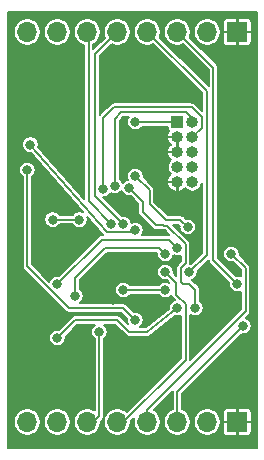
<source format=gbr>
%TF.GenerationSoftware,KiCad,Pcbnew,(5.1.6)-1*%
%TF.CreationDate,2020-11-21T10:09:12-08:00*%
%TF.ProjectId,SoftTakeover,536f6674-5461-46b6-956f-7665722e6b69,rev?*%
%TF.SameCoordinates,Original*%
%TF.FileFunction,Copper,L2,Bot*%
%TF.FilePolarity,Positive*%
%FSLAX46Y46*%
G04 Gerber Fmt 4.6, Leading zero omitted, Abs format (unit mm)*
G04 Created by KiCad (PCBNEW (5.1.6)-1) date 2020-11-21 10:09:12*
%MOMM*%
%LPD*%
G01*
G04 APERTURE LIST*
%TA.AperFunction,ComponentPad*%
%ADD10O,1.700000X1.700000*%
%TD*%
%TA.AperFunction,ComponentPad*%
%ADD11R,1.700000X1.700000*%
%TD*%
%TA.AperFunction,ComponentPad*%
%ADD12R,1.000000X1.000000*%
%TD*%
%TA.AperFunction,ComponentPad*%
%ADD13O,1.000000X1.000000*%
%TD*%
%TA.AperFunction,ViaPad*%
%ADD14C,0.800000*%
%TD*%
%TA.AperFunction,Conductor*%
%ADD15C,0.203200*%
%TD*%
%TA.AperFunction,Conductor*%
%ADD16C,0.203000*%
%TD*%
G04 APERTURE END LIST*
D10*
%TO.P,J1,8*%
%TO.N,SCL_EXT*%
X126365000Y-86360000D03*
%TO.P,J1,7*%
%TO.N,SDA_EXT*%
X128905000Y-86360000D03*
%TO.P,J1,6*%
%TO.N,IN_3*%
X131445000Y-86360000D03*
%TO.P,J1,5*%
%TO.N,IN_2*%
X133985000Y-86360000D03*
%TO.P,J1,4*%
%TO.N,IN_1*%
X136525000Y-86360000D03*
%TO.P,J1,3*%
%TO.N,IN_0*%
X139065000Y-86360000D03*
%TO.P,J1,2*%
%TO.N,3v3*%
X141605000Y-86360000D03*
D11*
%TO.P,J1,1*%
%TO.N,GND*%
X144145000Y-86360000D03*
%TD*%
D12*
%TO.P,J3,1*%
%TO.N,3v3*%
X139065000Y-93980000D03*
D13*
%TO.P,J3,2*%
%TO.N,SWDIO*%
X140335000Y-93980000D03*
%TO.P,J3,3*%
%TO.N,GND*%
X139065000Y-95250000D03*
%TO.P,J3,4*%
%TO.N,SWCLK*%
X140335000Y-95250000D03*
%TO.P,J3,5*%
%TO.N,GND*%
X139065000Y-96520000D03*
%TO.P,J3,6*%
%TO.N,Net-(J3-Pad6)*%
X140335000Y-96520000D03*
%TO.P,J3,7*%
%TO.N,Net-(J3-Pad7)*%
X139065000Y-97790000D03*
%TO.P,J3,8*%
%TO.N,Net-(J3-Pad8)*%
X140335000Y-97790000D03*
%TO.P,J3,9*%
%TO.N,GND*%
X139065000Y-99060000D03*
%TO.P,J3,10*%
%TO.N,RST*%
X140335000Y-99060000D03*
%TD*%
D10*
%TO.P,J2,8*%
%TO.N,Net-(J2-Pad8)*%
X126365000Y-119380000D03*
%TO.P,J2,7*%
%TO.N,LAYER_SEL*%
X128905000Y-119380000D03*
%TO.P,J2,6*%
%TO.N,OUT_3*%
X131445000Y-119380000D03*
%TO.P,J2,5*%
%TO.N,OUT_2*%
X133985000Y-119380000D03*
%TO.P,J2,4*%
%TO.N,OUT_1*%
X136525000Y-119380000D03*
%TO.P,J2,3*%
%TO.N,OUT_0*%
X139065000Y-119380000D03*
%TO.P,J2,2*%
%TO.N,3v3*%
X141605000Y-119380000D03*
D11*
%TO.P,J2,1*%
%TO.N,GND*%
X144145000Y-119380000D03*
%TD*%
D14*
%TO.N,3v3*%
X138049000Y-108204000D03*
X134493000Y-108204000D03*
X135509000Y-93980000D03*
X130769000Y-102235000D03*
X128524000Y-102235000D03*
%TO.N,GND*%
X140081000Y-117348000D03*
X127889000Y-90932000D03*
X127381000Y-105664000D03*
X126873000Y-109220000D03*
X136779000Y-96520000D03*
X143062400Y-92075000D03*
X139954000Y-91440000D03*
X145034000Y-104775000D03*
X133604000Y-109026400D03*
X142494000Y-111125000D03*
X134874000Y-101600000D03*
%TO.N,IN_3*%
X133477000Y-102616000D03*
%TO.N,IN_2*%
X134493000Y-102616000D03*
%TO.N,IN_1*%
X140081000Y-106680000D03*
%TO.N,IN_0*%
X144145000Y-107696000D03*
%TO.N,OUT_0*%
X144653000Y-111252000D03*
%TO.N,OUT_1*%
X143637000Y-105156000D03*
%TO.N,OUT_2*%
X138049000Y-106680000D03*
%TO.N,OUT_3*%
X132461000Y-111760000D03*
%TO.N,SWDIO*%
X133769263Y-99361569D03*
%TO.N,SWCLK*%
X132800958Y-99646000D03*
%TO.N,SW_3*%
X126365000Y-98044000D03*
X135509000Y-110744000D03*
%TO.N,SW_2*%
X135509000Y-103124000D03*
X126619000Y-95885000D03*
%TO.N,SW_1*%
X135509000Y-98552000D03*
X139954000Y-102870000D03*
%TO.N,SW_0*%
X135001000Y-99568000D03*
X140589000Y-109728000D03*
%TO.N,DAC_2*%
X138049000Y-105156000D03*
X130429000Y-108712000D03*
%TO.N,DAC_1*%
X128905000Y-107696000D03*
X139065000Y-104648000D03*
%TO.N,DAC_0*%
X128905000Y-112268000D03*
X139065000Y-109728000D03*
%TD*%
D15*
%TO.N,3v3*%
X134493000Y-108204000D02*
X138049000Y-108204000D01*
X135509000Y-93980000D02*
X139065000Y-93980000D01*
X130769000Y-102235000D02*
X128524000Y-102235000D01*
%TO.N,IN_3*%
X131557001Y-100696001D02*
X133477000Y-102616000D01*
X131557001Y-86472001D02*
X131445000Y-86360000D01*
X131557001Y-100696001D02*
X131557001Y-86472001D01*
%TO.N,IN_2*%
X132099357Y-89218643D02*
X132099357Y-88245643D01*
X132099357Y-88245643D02*
X133985000Y-86360000D01*
X132099357Y-89218643D02*
X132099357Y-100222357D01*
X132099357Y-100222357D02*
X134493000Y-102616000D01*
%TO.N,IN_1*%
X141539811Y-105221189D02*
X140081000Y-106680000D01*
X141539811Y-91374811D02*
X141539811Y-105221189D01*
X136525000Y-86360000D02*
X141539811Y-91374811D01*
%TO.N,IN_0*%
X144145000Y-107696000D02*
X142113000Y-105664000D01*
X142113000Y-89408000D02*
X139065000Y-86360000D01*
X142113000Y-105664000D02*
X142113000Y-89408000D01*
%TO.N,OUT_0*%
X139065000Y-119888000D02*
X139065000Y-116840000D01*
X139065000Y-116840000D02*
X144653000Y-111252000D01*
%TO.N,OUT_1*%
X136525000Y-118341630D02*
X136525000Y-119888000D01*
X144846601Y-110020029D02*
X136525000Y-118341630D01*
X144846601Y-106365601D02*
X144846601Y-110020029D01*
X143637000Y-105156000D02*
X144846601Y-106365601D01*
%TO.N,OUT_2*%
X139766601Y-114106399D02*
X133985000Y-119888000D01*
X139766601Y-109391231D02*
X139766601Y-114106399D01*
X138976189Y-108600819D02*
X139766601Y-109391231D01*
X138976189Y-107607189D02*
X138976189Y-108600819D01*
X138049000Y-106680000D02*
X138976189Y-107607189D01*
%TO.N,OUT_3*%
X132461000Y-118872000D02*
X131445000Y-119888000D01*
X132461000Y-111760000D02*
X132461000Y-118872000D01*
%TO.N,SWDIO*%
X133769263Y-99361569D02*
X133769263Y-93687737D01*
X134302001Y-93154999D02*
X139825001Y-93154999D01*
X133769263Y-93687737D02*
X134302001Y-93154999D01*
X140335000Y-93664998D02*
X140335000Y-93980000D01*
X139825001Y-93154999D02*
X140335000Y-93664998D01*
%TO.N,SWCLK*%
X132800958Y-93640042D02*
X133712611Y-92728389D01*
X132800958Y-99646000D02*
X132800958Y-93640042D01*
X141136601Y-94448399D02*
X140335000Y-95250000D01*
X133712611Y-92728389D02*
X140269759Y-92728389D01*
X140269759Y-92728389D02*
X141136601Y-93595231D01*
X141136601Y-93595231D02*
X141136601Y-94448399D01*
%TO.N,SW_3*%
X129898630Y-109728000D02*
X126365000Y-106194370D01*
X126365000Y-106194370D02*
X126365000Y-98044000D01*
X134493000Y-109728000D02*
X129898630Y-109728000D01*
X135509000Y-110744000D02*
X134493000Y-109728000D01*
%TO.N,SW_2*%
X135315399Y-103317601D02*
X135509000Y-103124000D01*
X133107518Y-103317601D02*
X135315399Y-103317601D01*
X126619000Y-95885000D02*
X133107518Y-103317601D01*
%TO.N,SW_1*%
X138070896Y-102256896D02*
X139297104Y-102256896D01*
X139297104Y-102256896D02*
X139954000Y-102870000D01*
X136715500Y-100901500D02*
X138070896Y-102256896D01*
X136715500Y-99758500D02*
X136715500Y-100901500D01*
X135509000Y-98552000D02*
X136715500Y-99758500D01*
%TO.N,SW_0*%
X140081000Y-107696000D02*
X140589000Y-108204000D01*
X137899630Y-102720630D02*
X137922000Y-102743000D01*
X135001000Y-99568000D02*
X136144000Y-100711000D01*
X137922000Y-102743000D02*
X138176000Y-102743000D01*
X140589000Y-108204000D02*
X140589000Y-109728000D01*
X139379399Y-106343231D02*
X139379399Y-107502399D01*
X138176000Y-102743000D02*
X139766601Y-104333601D01*
X139766601Y-104333601D02*
X139766601Y-105956029D01*
X139766601Y-105956029D02*
X139379399Y-106343231D01*
X139379399Y-107502399D02*
X139573000Y-107696000D01*
X139573000Y-107696000D02*
X140081000Y-107696000D01*
X137264630Y-102720630D02*
X137899630Y-102720630D01*
X136144000Y-101600000D02*
X137264630Y-102720630D01*
X136144000Y-100711000D02*
X136144000Y-101600000D01*
%TO.N,DAC_2*%
X138049000Y-105156000D02*
X137541000Y-104648000D01*
X137541000Y-104648000D02*
X132969000Y-104648000D01*
X130429000Y-107188000D02*
X130429000Y-108712000D01*
X132969000Y-104648000D02*
X130429000Y-107188000D01*
%TO.N,DAC_1*%
X138363399Y-103946399D02*
X139065000Y-104648000D01*
X128905000Y-107696000D02*
X132654601Y-103946399D01*
X132654601Y-103946399D02*
X138363399Y-103946399D01*
%TO.N,DAC_0*%
X130429000Y-110744000D02*
X128905000Y-112268000D01*
X136525000Y-111760000D02*
X135001000Y-111760000D01*
X133985000Y-110744000D02*
X130429000Y-110744000D01*
X139065000Y-109728000D02*
X136525000Y-111760000D01*
X135001000Y-111760000D02*
X133985000Y-110744000D01*
%TD*%
D16*
%TO.N,GND*%
G36*
X145822501Y-121565500D02*
G01*
X124687500Y-121565500D01*
X124687500Y-119266292D01*
X125210500Y-119266292D01*
X125210500Y-119493708D01*
X125254867Y-119716755D01*
X125341895Y-119926861D01*
X125468241Y-120115951D01*
X125629049Y-120276759D01*
X125818139Y-120403105D01*
X126028245Y-120490133D01*
X126251292Y-120534500D01*
X126478708Y-120534500D01*
X126701755Y-120490133D01*
X126911861Y-120403105D01*
X127100951Y-120276759D01*
X127261759Y-120115951D01*
X127388105Y-119926861D01*
X127475133Y-119716755D01*
X127519500Y-119493708D01*
X127519500Y-119266292D01*
X127750500Y-119266292D01*
X127750500Y-119493708D01*
X127794867Y-119716755D01*
X127881895Y-119926861D01*
X128008241Y-120115951D01*
X128169049Y-120276759D01*
X128358139Y-120403105D01*
X128568245Y-120490133D01*
X128791292Y-120534500D01*
X129018708Y-120534500D01*
X129241755Y-120490133D01*
X129451861Y-120403105D01*
X129640951Y-120276759D01*
X129801759Y-120115951D01*
X129928105Y-119926861D01*
X130015133Y-119716755D01*
X130059500Y-119493708D01*
X130059500Y-119266292D01*
X130015133Y-119043245D01*
X129928105Y-118833139D01*
X129801759Y-118644049D01*
X129640951Y-118483241D01*
X129451861Y-118356895D01*
X129241755Y-118269867D01*
X129018708Y-118225500D01*
X128791292Y-118225500D01*
X128568245Y-118269867D01*
X128358139Y-118356895D01*
X128169049Y-118483241D01*
X128008241Y-118644049D01*
X127881895Y-118833139D01*
X127794867Y-119043245D01*
X127750500Y-119266292D01*
X127519500Y-119266292D01*
X127475133Y-119043245D01*
X127388105Y-118833139D01*
X127261759Y-118644049D01*
X127100951Y-118483241D01*
X126911861Y-118356895D01*
X126701755Y-118269867D01*
X126478708Y-118225500D01*
X126251292Y-118225500D01*
X126028245Y-118269867D01*
X125818139Y-118356895D01*
X125629049Y-118483241D01*
X125468241Y-118644049D01*
X125341895Y-118833139D01*
X125254867Y-119043245D01*
X125210500Y-119266292D01*
X124687500Y-119266292D01*
X124687500Y-97974613D01*
X125660500Y-97974613D01*
X125660500Y-98113387D01*
X125687573Y-98249495D01*
X125740680Y-98377706D01*
X125817779Y-98493093D01*
X125915907Y-98591221D01*
X125958901Y-98619949D01*
X125958900Y-106174430D01*
X125956936Y-106194370D01*
X125958900Y-106214309D01*
X125964777Y-106273978D01*
X125987998Y-106350528D01*
X126025707Y-106421077D01*
X126076455Y-106482915D01*
X126091952Y-106495633D01*
X129597372Y-110001054D01*
X129610085Y-110016545D01*
X129671922Y-110067293D01*
X129742471Y-110105002D01*
X129819021Y-110128223D01*
X129878690Y-110134100D01*
X129878699Y-110134100D01*
X129898629Y-110136063D01*
X129918559Y-110134100D01*
X134324789Y-110134100D01*
X134814587Y-110623899D01*
X134804500Y-110674613D01*
X134804500Y-110813387D01*
X134831573Y-110949495D01*
X134878784Y-111063473D01*
X134286263Y-110470952D01*
X134273545Y-110455455D01*
X134211708Y-110404707D01*
X134141159Y-110366998D01*
X134064609Y-110343777D01*
X134004940Y-110337900D01*
X133985000Y-110335936D01*
X133965060Y-110337900D01*
X130448929Y-110337900D01*
X130428999Y-110335937D01*
X130409069Y-110337900D01*
X130409060Y-110337900D01*
X130349391Y-110343777D01*
X130272841Y-110366998D01*
X130202292Y-110404707D01*
X130140455Y-110455455D01*
X130127742Y-110470946D01*
X129025101Y-111573587D01*
X128974387Y-111563500D01*
X128835613Y-111563500D01*
X128699505Y-111590573D01*
X128571294Y-111643680D01*
X128455907Y-111720779D01*
X128357779Y-111818907D01*
X128280680Y-111934294D01*
X128227573Y-112062505D01*
X128200500Y-112198613D01*
X128200500Y-112337387D01*
X128227573Y-112473495D01*
X128280680Y-112601706D01*
X128357779Y-112717093D01*
X128455907Y-112815221D01*
X128571294Y-112892320D01*
X128699505Y-112945427D01*
X128835613Y-112972500D01*
X128974387Y-112972500D01*
X129110495Y-112945427D01*
X129238706Y-112892320D01*
X129354093Y-112815221D01*
X129452221Y-112717093D01*
X129529320Y-112601706D01*
X129582427Y-112473495D01*
X129609500Y-112337387D01*
X129609500Y-112198613D01*
X129599413Y-112147899D01*
X130597212Y-111150100D01*
X132105713Y-111150100D01*
X132011907Y-111212779D01*
X131913779Y-111310907D01*
X131836680Y-111426294D01*
X131783573Y-111554505D01*
X131756500Y-111690613D01*
X131756500Y-111829387D01*
X131783573Y-111965495D01*
X131836680Y-112093706D01*
X131913779Y-112209093D01*
X132011907Y-112307221D01*
X132054900Y-112335948D01*
X132054901Y-118399017D01*
X131991861Y-118356895D01*
X131781755Y-118269867D01*
X131558708Y-118225500D01*
X131331292Y-118225500D01*
X131108245Y-118269867D01*
X130898139Y-118356895D01*
X130709049Y-118483241D01*
X130548241Y-118644049D01*
X130421895Y-118833139D01*
X130334867Y-119043245D01*
X130290500Y-119266292D01*
X130290500Y-119493708D01*
X130334867Y-119716755D01*
X130421895Y-119926861D01*
X130548241Y-120115951D01*
X130709049Y-120276759D01*
X130898139Y-120403105D01*
X131108245Y-120490133D01*
X131331292Y-120534500D01*
X131558708Y-120534500D01*
X131781755Y-120490133D01*
X131991861Y-120403105D01*
X132180951Y-120276759D01*
X132341759Y-120115951D01*
X132468105Y-119926861D01*
X132555133Y-119716755D01*
X132599500Y-119493708D01*
X132599500Y-119307812D01*
X132734054Y-119173258D01*
X132749545Y-119160545D01*
X132800293Y-119098708D01*
X132838002Y-119028159D01*
X132861223Y-118951609D01*
X132867100Y-118891940D01*
X132869064Y-118872000D01*
X132867100Y-118852060D01*
X132867100Y-112335948D01*
X132910093Y-112307221D01*
X133008221Y-112209093D01*
X133085320Y-112093706D01*
X133138427Y-111965495D01*
X133165500Y-111829387D01*
X133165500Y-111690613D01*
X133138427Y-111554505D01*
X133085320Y-111426294D01*
X133008221Y-111310907D01*
X132910093Y-111212779D01*
X132816287Y-111150100D01*
X133816789Y-111150100D01*
X134699742Y-112033054D01*
X134712455Y-112048545D01*
X134774292Y-112099293D01*
X134844841Y-112137002D01*
X134898169Y-112153179D01*
X134921390Y-112160223D01*
X135001000Y-112168064D01*
X135020940Y-112166100D01*
X136522576Y-112166100D01*
X136559925Y-112166566D01*
X136582124Y-112162438D01*
X136604609Y-112160223D01*
X136621368Y-112155139D01*
X136638571Y-112151940D01*
X136659537Y-112143561D01*
X136681159Y-112137002D01*
X136696601Y-112128748D01*
X136712853Y-112122253D01*
X136731785Y-112109942D01*
X136751708Y-112099293D01*
X136780633Y-112075555D01*
X138866544Y-110406827D01*
X138995613Y-110432500D01*
X139134387Y-110432500D01*
X139270495Y-110405427D01*
X139360501Y-110368145D01*
X139360502Y-113938185D01*
X134768199Y-118530489D01*
X134720951Y-118483241D01*
X134531861Y-118356895D01*
X134321755Y-118269867D01*
X134098708Y-118225500D01*
X133871292Y-118225500D01*
X133648245Y-118269867D01*
X133438139Y-118356895D01*
X133249049Y-118483241D01*
X133088241Y-118644049D01*
X132961895Y-118833139D01*
X132874867Y-119043245D01*
X132830500Y-119266292D01*
X132830500Y-119493708D01*
X132874867Y-119716755D01*
X132961895Y-119926861D01*
X133088241Y-120115951D01*
X133249049Y-120276759D01*
X133438139Y-120403105D01*
X133648245Y-120490133D01*
X133871292Y-120534500D01*
X134098708Y-120534500D01*
X134321755Y-120490133D01*
X134531861Y-120403105D01*
X134720951Y-120276759D01*
X134881759Y-120115951D01*
X135008105Y-119926861D01*
X135095133Y-119716755D01*
X135139500Y-119493708D01*
X135139500Y-119307811D01*
X135422504Y-119024807D01*
X135414867Y-119043245D01*
X135370500Y-119266292D01*
X135370500Y-119493708D01*
X135414867Y-119716755D01*
X135501895Y-119926861D01*
X135628241Y-120115951D01*
X135789049Y-120276759D01*
X135978139Y-120403105D01*
X136188245Y-120490133D01*
X136411292Y-120534500D01*
X136638708Y-120534500D01*
X136861755Y-120490133D01*
X137071861Y-120403105D01*
X137260951Y-120276759D01*
X137421759Y-120115951D01*
X137548105Y-119926861D01*
X137635133Y-119716755D01*
X137679500Y-119493708D01*
X137679500Y-119266292D01*
X137635133Y-119043245D01*
X137548105Y-118833139D01*
X137421759Y-118644049D01*
X137260951Y-118483241D01*
X137079165Y-118361776D01*
X138663054Y-116777888D01*
X138656936Y-116840000D01*
X138658901Y-116859950D01*
X138658901Y-118298590D01*
X138518139Y-118356895D01*
X138329049Y-118483241D01*
X138168241Y-118644049D01*
X138041895Y-118833139D01*
X137954867Y-119043245D01*
X137910500Y-119266292D01*
X137910500Y-119493708D01*
X137954867Y-119716755D01*
X138041895Y-119926861D01*
X138168241Y-120115951D01*
X138329049Y-120276759D01*
X138518139Y-120403105D01*
X138728245Y-120490133D01*
X138951292Y-120534500D01*
X139178708Y-120534500D01*
X139401755Y-120490133D01*
X139611861Y-120403105D01*
X139800951Y-120276759D01*
X139961759Y-120115951D01*
X140088105Y-119926861D01*
X140175133Y-119716755D01*
X140219500Y-119493708D01*
X140219500Y-119266292D01*
X140450500Y-119266292D01*
X140450500Y-119493708D01*
X140494867Y-119716755D01*
X140581895Y-119926861D01*
X140708241Y-120115951D01*
X140869049Y-120276759D01*
X141058139Y-120403105D01*
X141268245Y-120490133D01*
X141491292Y-120534500D01*
X141718708Y-120534500D01*
X141941755Y-120490133D01*
X142151861Y-120403105D01*
X142340951Y-120276759D01*
X142387710Y-120230000D01*
X142941799Y-120230000D01*
X142948586Y-120298906D01*
X142968685Y-120365164D01*
X143001324Y-120426228D01*
X143045249Y-120479751D01*
X143098772Y-120523676D01*
X143159836Y-120556315D01*
X143226094Y-120576414D01*
X143295000Y-120583201D01*
X144033625Y-120581500D01*
X144121500Y-120493625D01*
X144121500Y-119403500D01*
X144168500Y-119403500D01*
X144168500Y-120493625D01*
X144256375Y-120581500D01*
X144995000Y-120583201D01*
X145063906Y-120576414D01*
X145130164Y-120556315D01*
X145191228Y-120523676D01*
X145244751Y-120479751D01*
X145288676Y-120426228D01*
X145321315Y-120365164D01*
X145341414Y-120298906D01*
X145348201Y-120230000D01*
X145346500Y-119491375D01*
X145258625Y-119403500D01*
X144168500Y-119403500D01*
X144121500Y-119403500D01*
X143031375Y-119403500D01*
X142943500Y-119491375D01*
X142941799Y-120230000D01*
X142387710Y-120230000D01*
X142501759Y-120115951D01*
X142628105Y-119926861D01*
X142715133Y-119716755D01*
X142759500Y-119493708D01*
X142759500Y-119266292D01*
X142715133Y-119043245D01*
X142628105Y-118833139D01*
X142501759Y-118644049D01*
X142387710Y-118530000D01*
X142941799Y-118530000D01*
X142943500Y-119268625D01*
X143031375Y-119356500D01*
X144121500Y-119356500D01*
X144121500Y-118266375D01*
X144168500Y-118266375D01*
X144168500Y-119356500D01*
X145258625Y-119356500D01*
X145346500Y-119268625D01*
X145348201Y-118530000D01*
X145341414Y-118461094D01*
X145321315Y-118394836D01*
X145288676Y-118333772D01*
X145244751Y-118280249D01*
X145191228Y-118236324D01*
X145130164Y-118203685D01*
X145063906Y-118183586D01*
X144995000Y-118176799D01*
X144256375Y-118178500D01*
X144168500Y-118266375D01*
X144121500Y-118266375D01*
X144033625Y-118178500D01*
X143295000Y-118176799D01*
X143226094Y-118183586D01*
X143159836Y-118203685D01*
X143098772Y-118236324D01*
X143045249Y-118280249D01*
X143001324Y-118333772D01*
X142968685Y-118394836D01*
X142948586Y-118461094D01*
X142941799Y-118530000D01*
X142387710Y-118530000D01*
X142340951Y-118483241D01*
X142151861Y-118356895D01*
X141941755Y-118269867D01*
X141718708Y-118225500D01*
X141491292Y-118225500D01*
X141268245Y-118269867D01*
X141058139Y-118356895D01*
X140869049Y-118483241D01*
X140708241Y-118644049D01*
X140581895Y-118833139D01*
X140494867Y-119043245D01*
X140450500Y-119266292D01*
X140219500Y-119266292D01*
X140175133Y-119043245D01*
X140088105Y-118833139D01*
X139961759Y-118644049D01*
X139800951Y-118483241D01*
X139611861Y-118356895D01*
X139471100Y-118298590D01*
X139471100Y-117008211D01*
X144532899Y-111946413D01*
X144583613Y-111956500D01*
X144722387Y-111956500D01*
X144858495Y-111929427D01*
X144986706Y-111876320D01*
X145102093Y-111799221D01*
X145200221Y-111701093D01*
X145277320Y-111585706D01*
X145330427Y-111457495D01*
X145357500Y-111321387D01*
X145357500Y-111182613D01*
X145330427Y-111046505D01*
X145277320Y-110918294D01*
X145200221Y-110802907D01*
X145102093Y-110704779D01*
X144986706Y-110627680D01*
X144864063Y-110576879D01*
X145119655Y-110321287D01*
X145135146Y-110308574D01*
X145185894Y-110246737D01*
X145223603Y-110176188D01*
X145246824Y-110099638D01*
X145252701Y-110039969D01*
X145254665Y-110020029D01*
X145252701Y-110000089D01*
X145252701Y-106385541D01*
X145254665Y-106365600D01*
X145246824Y-106285991D01*
X145230114Y-106230907D01*
X145223603Y-106209442D01*
X145185894Y-106138893D01*
X145135146Y-106077056D01*
X145119656Y-106064344D01*
X144331413Y-105276101D01*
X144341500Y-105225387D01*
X144341500Y-105086613D01*
X144314427Y-104950505D01*
X144261320Y-104822294D01*
X144184221Y-104706907D01*
X144086093Y-104608779D01*
X143970706Y-104531680D01*
X143842495Y-104478573D01*
X143706387Y-104451500D01*
X143567613Y-104451500D01*
X143431505Y-104478573D01*
X143303294Y-104531680D01*
X143187907Y-104608779D01*
X143089779Y-104706907D01*
X143012680Y-104822294D01*
X142959573Y-104950505D01*
X142932500Y-105086613D01*
X142932500Y-105225387D01*
X142959573Y-105361495D01*
X143012680Y-105489706D01*
X143089779Y-105605093D01*
X143187907Y-105703221D01*
X143303294Y-105780320D01*
X143431505Y-105833427D01*
X143567613Y-105860500D01*
X143706387Y-105860500D01*
X143757101Y-105850413D01*
X144440501Y-106533813D01*
X144440501Y-107055855D01*
X144350495Y-107018573D01*
X144214387Y-106991500D01*
X144075613Y-106991500D01*
X144024899Y-107001587D01*
X142519100Y-105495789D01*
X142519100Y-89427940D01*
X142521064Y-89408000D01*
X142513223Y-89328390D01*
X142506179Y-89305169D01*
X142490002Y-89251841D01*
X142452293Y-89181292D01*
X142401545Y-89119455D01*
X142386054Y-89106742D01*
X140116828Y-86837517D01*
X140175133Y-86696755D01*
X140219500Y-86473708D01*
X140219500Y-86246292D01*
X140450500Y-86246292D01*
X140450500Y-86473708D01*
X140494867Y-86696755D01*
X140581895Y-86906861D01*
X140708241Y-87095951D01*
X140869049Y-87256759D01*
X141058139Y-87383105D01*
X141268245Y-87470133D01*
X141491292Y-87514500D01*
X141718708Y-87514500D01*
X141941755Y-87470133D01*
X142151861Y-87383105D01*
X142340951Y-87256759D01*
X142387710Y-87210000D01*
X142941799Y-87210000D01*
X142948586Y-87278906D01*
X142968685Y-87345164D01*
X143001324Y-87406228D01*
X143045249Y-87459751D01*
X143098772Y-87503676D01*
X143159836Y-87536315D01*
X143226094Y-87556414D01*
X143295000Y-87563201D01*
X144033625Y-87561500D01*
X144121500Y-87473625D01*
X144121500Y-86383500D01*
X144168500Y-86383500D01*
X144168500Y-87473625D01*
X144256375Y-87561500D01*
X144995000Y-87563201D01*
X145063906Y-87556414D01*
X145130164Y-87536315D01*
X145191228Y-87503676D01*
X145244751Y-87459751D01*
X145288676Y-87406228D01*
X145321315Y-87345164D01*
X145341414Y-87278906D01*
X145348201Y-87210000D01*
X145346500Y-86471375D01*
X145258625Y-86383500D01*
X144168500Y-86383500D01*
X144121500Y-86383500D01*
X143031375Y-86383500D01*
X142943500Y-86471375D01*
X142941799Y-87210000D01*
X142387710Y-87210000D01*
X142501759Y-87095951D01*
X142628105Y-86906861D01*
X142715133Y-86696755D01*
X142759500Y-86473708D01*
X142759500Y-86246292D01*
X142715133Y-86023245D01*
X142628105Y-85813139D01*
X142501759Y-85624049D01*
X142387710Y-85510000D01*
X142941799Y-85510000D01*
X142943500Y-86248625D01*
X143031375Y-86336500D01*
X144121500Y-86336500D01*
X144121500Y-85246375D01*
X144168500Y-85246375D01*
X144168500Y-86336500D01*
X145258625Y-86336500D01*
X145346500Y-86248625D01*
X145348201Y-85510000D01*
X145341414Y-85441094D01*
X145321315Y-85374836D01*
X145288676Y-85313772D01*
X145244751Y-85260249D01*
X145191228Y-85216324D01*
X145130164Y-85183685D01*
X145063906Y-85163586D01*
X144995000Y-85156799D01*
X144256375Y-85158500D01*
X144168500Y-85246375D01*
X144121500Y-85246375D01*
X144033625Y-85158500D01*
X143295000Y-85156799D01*
X143226094Y-85163586D01*
X143159836Y-85183685D01*
X143098772Y-85216324D01*
X143045249Y-85260249D01*
X143001324Y-85313772D01*
X142968685Y-85374836D01*
X142948586Y-85441094D01*
X142941799Y-85510000D01*
X142387710Y-85510000D01*
X142340951Y-85463241D01*
X142151861Y-85336895D01*
X141941755Y-85249867D01*
X141718708Y-85205500D01*
X141491292Y-85205500D01*
X141268245Y-85249867D01*
X141058139Y-85336895D01*
X140869049Y-85463241D01*
X140708241Y-85624049D01*
X140581895Y-85813139D01*
X140494867Y-86023245D01*
X140450500Y-86246292D01*
X140219500Y-86246292D01*
X140175133Y-86023245D01*
X140088105Y-85813139D01*
X139961759Y-85624049D01*
X139800951Y-85463241D01*
X139611861Y-85336895D01*
X139401755Y-85249867D01*
X139178708Y-85205500D01*
X138951292Y-85205500D01*
X138728245Y-85249867D01*
X138518139Y-85336895D01*
X138329049Y-85463241D01*
X138168241Y-85624049D01*
X138041895Y-85813139D01*
X137954867Y-86023245D01*
X137910500Y-86246292D01*
X137910500Y-86473708D01*
X137954867Y-86696755D01*
X138041895Y-86906861D01*
X138168241Y-87095951D01*
X138329049Y-87256759D01*
X138518139Y-87383105D01*
X138728245Y-87470133D01*
X138951292Y-87514500D01*
X139178708Y-87514500D01*
X139401755Y-87470133D01*
X139542517Y-87411828D01*
X141706901Y-89576213D01*
X141706901Y-90967589D01*
X137576828Y-86837517D01*
X137635133Y-86696755D01*
X137679500Y-86473708D01*
X137679500Y-86246292D01*
X137635133Y-86023245D01*
X137548105Y-85813139D01*
X137421759Y-85624049D01*
X137260951Y-85463241D01*
X137071861Y-85336895D01*
X136861755Y-85249867D01*
X136638708Y-85205500D01*
X136411292Y-85205500D01*
X136188245Y-85249867D01*
X135978139Y-85336895D01*
X135789049Y-85463241D01*
X135628241Y-85624049D01*
X135501895Y-85813139D01*
X135414867Y-86023245D01*
X135370500Y-86246292D01*
X135370500Y-86473708D01*
X135414867Y-86696755D01*
X135501895Y-86906861D01*
X135628241Y-87095951D01*
X135789049Y-87256759D01*
X135978139Y-87383105D01*
X136188245Y-87470133D01*
X136411292Y-87514500D01*
X136638708Y-87514500D01*
X136861755Y-87470133D01*
X137002517Y-87411828D01*
X141133711Y-91543023D01*
X141133711Y-93018029D01*
X140571022Y-92455341D01*
X140558304Y-92439844D01*
X140496467Y-92389096D01*
X140425918Y-92351387D01*
X140349368Y-92328166D01*
X140289699Y-92322289D01*
X140269759Y-92320325D01*
X140249819Y-92322289D01*
X133732551Y-92322289D01*
X133712610Y-92320325D01*
X133633001Y-92328166D01*
X133609780Y-92335210D01*
X133556452Y-92351387D01*
X133485903Y-92389096D01*
X133424066Y-92439844D01*
X133411353Y-92455335D01*
X132527905Y-93338784D01*
X132512414Y-93351497D01*
X132505457Y-93359974D01*
X132505457Y-88413854D01*
X133507483Y-87411828D01*
X133648245Y-87470133D01*
X133871292Y-87514500D01*
X134098708Y-87514500D01*
X134321755Y-87470133D01*
X134531861Y-87383105D01*
X134720951Y-87256759D01*
X134881759Y-87095951D01*
X135008105Y-86906861D01*
X135095133Y-86696755D01*
X135139500Y-86473708D01*
X135139500Y-86246292D01*
X135095133Y-86023245D01*
X135008105Y-85813139D01*
X134881759Y-85624049D01*
X134720951Y-85463241D01*
X134531861Y-85336895D01*
X134321755Y-85249867D01*
X134098708Y-85205500D01*
X133871292Y-85205500D01*
X133648245Y-85249867D01*
X133438139Y-85336895D01*
X133249049Y-85463241D01*
X133088241Y-85624049D01*
X132961895Y-85813139D01*
X132874867Y-86023245D01*
X132830500Y-86246292D01*
X132830500Y-86473708D01*
X132874867Y-86696755D01*
X132933172Y-86837517D01*
X131963101Y-87807588D01*
X131963101Y-87395018D01*
X131991861Y-87383105D01*
X132180951Y-87256759D01*
X132341759Y-87095951D01*
X132468105Y-86906861D01*
X132555133Y-86696755D01*
X132599500Y-86473708D01*
X132599500Y-86246292D01*
X132555133Y-86023245D01*
X132468105Y-85813139D01*
X132341759Y-85624049D01*
X132180951Y-85463241D01*
X131991861Y-85336895D01*
X131781755Y-85249867D01*
X131558708Y-85205500D01*
X131331292Y-85205500D01*
X131108245Y-85249867D01*
X130898139Y-85336895D01*
X130709049Y-85463241D01*
X130548241Y-85624049D01*
X130421895Y-85813139D01*
X130334867Y-86023245D01*
X130290500Y-86246292D01*
X130290500Y-86473708D01*
X130334867Y-86696755D01*
X130421895Y-86906861D01*
X130548241Y-87095951D01*
X130709049Y-87256759D01*
X130898139Y-87383105D01*
X131108245Y-87470133D01*
X131150902Y-87478618D01*
X131150901Y-100458787D01*
X127304042Y-96052209D01*
X127323500Y-95954387D01*
X127323500Y-95815613D01*
X127296427Y-95679505D01*
X127243320Y-95551294D01*
X127166221Y-95435907D01*
X127068093Y-95337779D01*
X126952706Y-95260680D01*
X126824495Y-95207573D01*
X126688387Y-95180500D01*
X126549613Y-95180500D01*
X126413505Y-95207573D01*
X126285294Y-95260680D01*
X126169907Y-95337779D01*
X126071779Y-95435907D01*
X125994680Y-95551294D01*
X125941573Y-95679505D01*
X125914500Y-95815613D01*
X125914500Y-95954387D01*
X125941573Y-96090495D01*
X125994680Y-96218706D01*
X126071779Y-96334093D01*
X126169907Y-96432221D01*
X126285294Y-96509320D01*
X126413505Y-96562427D01*
X126549613Y-96589500D01*
X126688387Y-96589500D01*
X126693973Y-96588389D01*
X131064532Y-101594868D01*
X130974495Y-101557573D01*
X130838387Y-101530500D01*
X130699613Y-101530500D01*
X130563505Y-101557573D01*
X130435294Y-101610680D01*
X130319907Y-101687779D01*
X130221779Y-101785907D01*
X130193052Y-101828900D01*
X129099948Y-101828900D01*
X129071221Y-101785907D01*
X128973093Y-101687779D01*
X128857706Y-101610680D01*
X128729495Y-101557573D01*
X128593387Y-101530500D01*
X128454613Y-101530500D01*
X128318505Y-101557573D01*
X128190294Y-101610680D01*
X128074907Y-101687779D01*
X127976779Y-101785907D01*
X127899680Y-101901294D01*
X127846573Y-102029505D01*
X127819500Y-102165613D01*
X127819500Y-102304387D01*
X127846573Y-102440495D01*
X127899680Y-102568706D01*
X127976779Y-102684093D01*
X128074907Y-102782221D01*
X128190294Y-102859320D01*
X128318505Y-102912427D01*
X128454613Y-102939500D01*
X128593387Y-102939500D01*
X128729495Y-102912427D01*
X128857706Y-102859320D01*
X128973093Y-102782221D01*
X129071221Y-102684093D01*
X129099948Y-102641100D01*
X130193052Y-102641100D01*
X130221779Y-102684093D01*
X130319907Y-102782221D01*
X130435294Y-102859320D01*
X130563505Y-102912427D01*
X130699613Y-102939500D01*
X130838387Y-102939500D01*
X130974495Y-102912427D01*
X131102706Y-102859320D01*
X131218093Y-102782221D01*
X131316221Y-102684093D01*
X131393320Y-102568706D01*
X131446427Y-102440495D01*
X131473500Y-102304387D01*
X131473500Y-102165613D01*
X131447154Y-102033162D01*
X132762856Y-103540299D01*
X132674541Y-103540299D01*
X132654601Y-103538335D01*
X132574991Y-103546176D01*
X132498441Y-103569397D01*
X132460732Y-103589553D01*
X132427893Y-103607106D01*
X132427891Y-103607107D01*
X132427892Y-103607107D01*
X132386866Y-103640776D01*
X132366056Y-103657854D01*
X132353347Y-103673340D01*
X129025101Y-107001587D01*
X128974387Y-106991500D01*
X128835613Y-106991500D01*
X128699505Y-107018573D01*
X128571294Y-107071680D01*
X128455907Y-107148779D01*
X128357779Y-107246907D01*
X128280680Y-107362294D01*
X128229879Y-107484938D01*
X126771100Y-106026159D01*
X126771100Y-98619948D01*
X126814093Y-98591221D01*
X126912221Y-98493093D01*
X126989320Y-98377706D01*
X127042427Y-98249495D01*
X127069500Y-98113387D01*
X127069500Y-97974613D01*
X127042427Y-97838505D01*
X126989320Y-97710294D01*
X126912221Y-97594907D01*
X126814093Y-97496779D01*
X126698706Y-97419680D01*
X126570495Y-97366573D01*
X126434387Y-97339500D01*
X126295613Y-97339500D01*
X126159505Y-97366573D01*
X126031294Y-97419680D01*
X125915907Y-97496779D01*
X125817779Y-97594907D01*
X125740680Y-97710294D01*
X125687573Y-97838505D01*
X125660500Y-97974613D01*
X124687500Y-97974613D01*
X124687500Y-86246292D01*
X125210500Y-86246292D01*
X125210500Y-86473708D01*
X125254867Y-86696755D01*
X125341895Y-86906861D01*
X125468241Y-87095951D01*
X125629049Y-87256759D01*
X125818139Y-87383105D01*
X126028245Y-87470133D01*
X126251292Y-87514500D01*
X126478708Y-87514500D01*
X126701755Y-87470133D01*
X126911861Y-87383105D01*
X127100951Y-87256759D01*
X127261759Y-87095951D01*
X127388105Y-86906861D01*
X127475133Y-86696755D01*
X127519500Y-86473708D01*
X127519500Y-86246292D01*
X127750500Y-86246292D01*
X127750500Y-86473708D01*
X127794867Y-86696755D01*
X127881895Y-86906861D01*
X128008241Y-87095951D01*
X128169049Y-87256759D01*
X128358139Y-87383105D01*
X128568245Y-87470133D01*
X128791292Y-87514500D01*
X129018708Y-87514500D01*
X129241755Y-87470133D01*
X129451861Y-87383105D01*
X129640951Y-87256759D01*
X129801759Y-87095951D01*
X129928105Y-86906861D01*
X130015133Y-86696755D01*
X130059500Y-86473708D01*
X130059500Y-86246292D01*
X130015133Y-86023245D01*
X129928105Y-85813139D01*
X129801759Y-85624049D01*
X129640951Y-85463241D01*
X129451861Y-85336895D01*
X129241755Y-85249867D01*
X129018708Y-85205500D01*
X128791292Y-85205500D01*
X128568245Y-85249867D01*
X128358139Y-85336895D01*
X128169049Y-85463241D01*
X128008241Y-85624049D01*
X127881895Y-85813139D01*
X127794867Y-86023245D01*
X127750500Y-86246292D01*
X127519500Y-86246292D01*
X127475133Y-86023245D01*
X127388105Y-85813139D01*
X127261759Y-85624049D01*
X127100951Y-85463241D01*
X126911861Y-85336895D01*
X126701755Y-85249867D01*
X126478708Y-85205500D01*
X126251292Y-85205500D01*
X126028245Y-85249867D01*
X125818139Y-85336895D01*
X125629049Y-85463241D01*
X125468241Y-85624049D01*
X125341895Y-85813139D01*
X125254867Y-86023245D01*
X125210500Y-86246292D01*
X124687500Y-86246292D01*
X124687500Y-84682500D01*
X145822500Y-84682500D01*
X145822501Y-121565500D01*
G37*
X145822501Y-121565500D02*
X124687500Y-121565500D01*
X124687500Y-119266292D01*
X125210500Y-119266292D01*
X125210500Y-119493708D01*
X125254867Y-119716755D01*
X125341895Y-119926861D01*
X125468241Y-120115951D01*
X125629049Y-120276759D01*
X125818139Y-120403105D01*
X126028245Y-120490133D01*
X126251292Y-120534500D01*
X126478708Y-120534500D01*
X126701755Y-120490133D01*
X126911861Y-120403105D01*
X127100951Y-120276759D01*
X127261759Y-120115951D01*
X127388105Y-119926861D01*
X127475133Y-119716755D01*
X127519500Y-119493708D01*
X127519500Y-119266292D01*
X127750500Y-119266292D01*
X127750500Y-119493708D01*
X127794867Y-119716755D01*
X127881895Y-119926861D01*
X128008241Y-120115951D01*
X128169049Y-120276759D01*
X128358139Y-120403105D01*
X128568245Y-120490133D01*
X128791292Y-120534500D01*
X129018708Y-120534500D01*
X129241755Y-120490133D01*
X129451861Y-120403105D01*
X129640951Y-120276759D01*
X129801759Y-120115951D01*
X129928105Y-119926861D01*
X130015133Y-119716755D01*
X130059500Y-119493708D01*
X130059500Y-119266292D01*
X130015133Y-119043245D01*
X129928105Y-118833139D01*
X129801759Y-118644049D01*
X129640951Y-118483241D01*
X129451861Y-118356895D01*
X129241755Y-118269867D01*
X129018708Y-118225500D01*
X128791292Y-118225500D01*
X128568245Y-118269867D01*
X128358139Y-118356895D01*
X128169049Y-118483241D01*
X128008241Y-118644049D01*
X127881895Y-118833139D01*
X127794867Y-119043245D01*
X127750500Y-119266292D01*
X127519500Y-119266292D01*
X127475133Y-119043245D01*
X127388105Y-118833139D01*
X127261759Y-118644049D01*
X127100951Y-118483241D01*
X126911861Y-118356895D01*
X126701755Y-118269867D01*
X126478708Y-118225500D01*
X126251292Y-118225500D01*
X126028245Y-118269867D01*
X125818139Y-118356895D01*
X125629049Y-118483241D01*
X125468241Y-118644049D01*
X125341895Y-118833139D01*
X125254867Y-119043245D01*
X125210500Y-119266292D01*
X124687500Y-119266292D01*
X124687500Y-97974613D01*
X125660500Y-97974613D01*
X125660500Y-98113387D01*
X125687573Y-98249495D01*
X125740680Y-98377706D01*
X125817779Y-98493093D01*
X125915907Y-98591221D01*
X125958901Y-98619949D01*
X125958900Y-106174430D01*
X125956936Y-106194370D01*
X125958900Y-106214309D01*
X125964777Y-106273978D01*
X125987998Y-106350528D01*
X126025707Y-106421077D01*
X126076455Y-106482915D01*
X126091952Y-106495633D01*
X129597372Y-110001054D01*
X129610085Y-110016545D01*
X129671922Y-110067293D01*
X129742471Y-110105002D01*
X129819021Y-110128223D01*
X129878690Y-110134100D01*
X129878699Y-110134100D01*
X129898629Y-110136063D01*
X129918559Y-110134100D01*
X134324789Y-110134100D01*
X134814587Y-110623899D01*
X134804500Y-110674613D01*
X134804500Y-110813387D01*
X134831573Y-110949495D01*
X134878784Y-111063473D01*
X134286263Y-110470952D01*
X134273545Y-110455455D01*
X134211708Y-110404707D01*
X134141159Y-110366998D01*
X134064609Y-110343777D01*
X134004940Y-110337900D01*
X133985000Y-110335936D01*
X133965060Y-110337900D01*
X130448929Y-110337900D01*
X130428999Y-110335937D01*
X130409069Y-110337900D01*
X130409060Y-110337900D01*
X130349391Y-110343777D01*
X130272841Y-110366998D01*
X130202292Y-110404707D01*
X130140455Y-110455455D01*
X130127742Y-110470946D01*
X129025101Y-111573587D01*
X128974387Y-111563500D01*
X128835613Y-111563500D01*
X128699505Y-111590573D01*
X128571294Y-111643680D01*
X128455907Y-111720779D01*
X128357779Y-111818907D01*
X128280680Y-111934294D01*
X128227573Y-112062505D01*
X128200500Y-112198613D01*
X128200500Y-112337387D01*
X128227573Y-112473495D01*
X128280680Y-112601706D01*
X128357779Y-112717093D01*
X128455907Y-112815221D01*
X128571294Y-112892320D01*
X128699505Y-112945427D01*
X128835613Y-112972500D01*
X128974387Y-112972500D01*
X129110495Y-112945427D01*
X129238706Y-112892320D01*
X129354093Y-112815221D01*
X129452221Y-112717093D01*
X129529320Y-112601706D01*
X129582427Y-112473495D01*
X129609500Y-112337387D01*
X129609500Y-112198613D01*
X129599413Y-112147899D01*
X130597212Y-111150100D01*
X132105713Y-111150100D01*
X132011907Y-111212779D01*
X131913779Y-111310907D01*
X131836680Y-111426294D01*
X131783573Y-111554505D01*
X131756500Y-111690613D01*
X131756500Y-111829387D01*
X131783573Y-111965495D01*
X131836680Y-112093706D01*
X131913779Y-112209093D01*
X132011907Y-112307221D01*
X132054900Y-112335948D01*
X132054901Y-118399017D01*
X131991861Y-118356895D01*
X131781755Y-118269867D01*
X131558708Y-118225500D01*
X131331292Y-118225500D01*
X131108245Y-118269867D01*
X130898139Y-118356895D01*
X130709049Y-118483241D01*
X130548241Y-118644049D01*
X130421895Y-118833139D01*
X130334867Y-119043245D01*
X130290500Y-119266292D01*
X130290500Y-119493708D01*
X130334867Y-119716755D01*
X130421895Y-119926861D01*
X130548241Y-120115951D01*
X130709049Y-120276759D01*
X130898139Y-120403105D01*
X131108245Y-120490133D01*
X131331292Y-120534500D01*
X131558708Y-120534500D01*
X131781755Y-120490133D01*
X131991861Y-120403105D01*
X132180951Y-120276759D01*
X132341759Y-120115951D01*
X132468105Y-119926861D01*
X132555133Y-119716755D01*
X132599500Y-119493708D01*
X132599500Y-119307812D01*
X132734054Y-119173258D01*
X132749545Y-119160545D01*
X132800293Y-119098708D01*
X132838002Y-119028159D01*
X132861223Y-118951609D01*
X132867100Y-118891940D01*
X132869064Y-118872000D01*
X132867100Y-118852060D01*
X132867100Y-112335948D01*
X132910093Y-112307221D01*
X133008221Y-112209093D01*
X133085320Y-112093706D01*
X133138427Y-111965495D01*
X133165500Y-111829387D01*
X133165500Y-111690613D01*
X133138427Y-111554505D01*
X133085320Y-111426294D01*
X133008221Y-111310907D01*
X132910093Y-111212779D01*
X132816287Y-111150100D01*
X133816789Y-111150100D01*
X134699742Y-112033054D01*
X134712455Y-112048545D01*
X134774292Y-112099293D01*
X134844841Y-112137002D01*
X134898169Y-112153179D01*
X134921390Y-112160223D01*
X135001000Y-112168064D01*
X135020940Y-112166100D01*
X136522576Y-112166100D01*
X136559925Y-112166566D01*
X136582124Y-112162438D01*
X136604609Y-112160223D01*
X136621368Y-112155139D01*
X136638571Y-112151940D01*
X136659537Y-112143561D01*
X136681159Y-112137002D01*
X136696601Y-112128748D01*
X136712853Y-112122253D01*
X136731785Y-112109942D01*
X136751708Y-112099293D01*
X136780633Y-112075555D01*
X138866544Y-110406827D01*
X138995613Y-110432500D01*
X139134387Y-110432500D01*
X139270495Y-110405427D01*
X139360501Y-110368145D01*
X139360502Y-113938185D01*
X134768199Y-118530489D01*
X134720951Y-118483241D01*
X134531861Y-118356895D01*
X134321755Y-118269867D01*
X134098708Y-118225500D01*
X133871292Y-118225500D01*
X133648245Y-118269867D01*
X133438139Y-118356895D01*
X133249049Y-118483241D01*
X133088241Y-118644049D01*
X132961895Y-118833139D01*
X132874867Y-119043245D01*
X132830500Y-119266292D01*
X132830500Y-119493708D01*
X132874867Y-119716755D01*
X132961895Y-119926861D01*
X133088241Y-120115951D01*
X133249049Y-120276759D01*
X133438139Y-120403105D01*
X133648245Y-120490133D01*
X133871292Y-120534500D01*
X134098708Y-120534500D01*
X134321755Y-120490133D01*
X134531861Y-120403105D01*
X134720951Y-120276759D01*
X134881759Y-120115951D01*
X135008105Y-119926861D01*
X135095133Y-119716755D01*
X135139500Y-119493708D01*
X135139500Y-119307811D01*
X135422504Y-119024807D01*
X135414867Y-119043245D01*
X135370500Y-119266292D01*
X135370500Y-119493708D01*
X135414867Y-119716755D01*
X135501895Y-119926861D01*
X135628241Y-120115951D01*
X135789049Y-120276759D01*
X135978139Y-120403105D01*
X136188245Y-120490133D01*
X136411292Y-120534500D01*
X136638708Y-120534500D01*
X136861755Y-120490133D01*
X137071861Y-120403105D01*
X137260951Y-120276759D01*
X137421759Y-120115951D01*
X137548105Y-119926861D01*
X137635133Y-119716755D01*
X137679500Y-119493708D01*
X137679500Y-119266292D01*
X137635133Y-119043245D01*
X137548105Y-118833139D01*
X137421759Y-118644049D01*
X137260951Y-118483241D01*
X137079165Y-118361776D01*
X138663054Y-116777888D01*
X138656936Y-116840000D01*
X138658901Y-116859950D01*
X138658901Y-118298590D01*
X138518139Y-118356895D01*
X138329049Y-118483241D01*
X138168241Y-118644049D01*
X138041895Y-118833139D01*
X137954867Y-119043245D01*
X137910500Y-119266292D01*
X137910500Y-119493708D01*
X137954867Y-119716755D01*
X138041895Y-119926861D01*
X138168241Y-120115951D01*
X138329049Y-120276759D01*
X138518139Y-120403105D01*
X138728245Y-120490133D01*
X138951292Y-120534500D01*
X139178708Y-120534500D01*
X139401755Y-120490133D01*
X139611861Y-120403105D01*
X139800951Y-120276759D01*
X139961759Y-120115951D01*
X140088105Y-119926861D01*
X140175133Y-119716755D01*
X140219500Y-119493708D01*
X140219500Y-119266292D01*
X140450500Y-119266292D01*
X140450500Y-119493708D01*
X140494867Y-119716755D01*
X140581895Y-119926861D01*
X140708241Y-120115951D01*
X140869049Y-120276759D01*
X141058139Y-120403105D01*
X141268245Y-120490133D01*
X141491292Y-120534500D01*
X141718708Y-120534500D01*
X141941755Y-120490133D01*
X142151861Y-120403105D01*
X142340951Y-120276759D01*
X142387710Y-120230000D01*
X142941799Y-120230000D01*
X142948586Y-120298906D01*
X142968685Y-120365164D01*
X143001324Y-120426228D01*
X143045249Y-120479751D01*
X143098772Y-120523676D01*
X143159836Y-120556315D01*
X143226094Y-120576414D01*
X143295000Y-120583201D01*
X144033625Y-120581500D01*
X144121500Y-120493625D01*
X144121500Y-119403500D01*
X144168500Y-119403500D01*
X144168500Y-120493625D01*
X144256375Y-120581500D01*
X144995000Y-120583201D01*
X145063906Y-120576414D01*
X145130164Y-120556315D01*
X145191228Y-120523676D01*
X145244751Y-120479751D01*
X145288676Y-120426228D01*
X145321315Y-120365164D01*
X145341414Y-120298906D01*
X145348201Y-120230000D01*
X145346500Y-119491375D01*
X145258625Y-119403500D01*
X144168500Y-119403500D01*
X144121500Y-119403500D01*
X143031375Y-119403500D01*
X142943500Y-119491375D01*
X142941799Y-120230000D01*
X142387710Y-120230000D01*
X142501759Y-120115951D01*
X142628105Y-119926861D01*
X142715133Y-119716755D01*
X142759500Y-119493708D01*
X142759500Y-119266292D01*
X142715133Y-119043245D01*
X142628105Y-118833139D01*
X142501759Y-118644049D01*
X142387710Y-118530000D01*
X142941799Y-118530000D01*
X142943500Y-119268625D01*
X143031375Y-119356500D01*
X144121500Y-119356500D01*
X144121500Y-118266375D01*
X144168500Y-118266375D01*
X144168500Y-119356500D01*
X145258625Y-119356500D01*
X145346500Y-119268625D01*
X145348201Y-118530000D01*
X145341414Y-118461094D01*
X145321315Y-118394836D01*
X145288676Y-118333772D01*
X145244751Y-118280249D01*
X145191228Y-118236324D01*
X145130164Y-118203685D01*
X145063906Y-118183586D01*
X144995000Y-118176799D01*
X144256375Y-118178500D01*
X144168500Y-118266375D01*
X144121500Y-118266375D01*
X144033625Y-118178500D01*
X143295000Y-118176799D01*
X143226094Y-118183586D01*
X143159836Y-118203685D01*
X143098772Y-118236324D01*
X143045249Y-118280249D01*
X143001324Y-118333772D01*
X142968685Y-118394836D01*
X142948586Y-118461094D01*
X142941799Y-118530000D01*
X142387710Y-118530000D01*
X142340951Y-118483241D01*
X142151861Y-118356895D01*
X141941755Y-118269867D01*
X141718708Y-118225500D01*
X141491292Y-118225500D01*
X141268245Y-118269867D01*
X141058139Y-118356895D01*
X140869049Y-118483241D01*
X140708241Y-118644049D01*
X140581895Y-118833139D01*
X140494867Y-119043245D01*
X140450500Y-119266292D01*
X140219500Y-119266292D01*
X140175133Y-119043245D01*
X140088105Y-118833139D01*
X139961759Y-118644049D01*
X139800951Y-118483241D01*
X139611861Y-118356895D01*
X139471100Y-118298590D01*
X139471100Y-117008211D01*
X144532899Y-111946413D01*
X144583613Y-111956500D01*
X144722387Y-111956500D01*
X144858495Y-111929427D01*
X144986706Y-111876320D01*
X145102093Y-111799221D01*
X145200221Y-111701093D01*
X145277320Y-111585706D01*
X145330427Y-111457495D01*
X145357500Y-111321387D01*
X145357500Y-111182613D01*
X145330427Y-111046505D01*
X145277320Y-110918294D01*
X145200221Y-110802907D01*
X145102093Y-110704779D01*
X144986706Y-110627680D01*
X144864063Y-110576879D01*
X145119655Y-110321287D01*
X145135146Y-110308574D01*
X145185894Y-110246737D01*
X145223603Y-110176188D01*
X145246824Y-110099638D01*
X145252701Y-110039969D01*
X145254665Y-110020029D01*
X145252701Y-110000089D01*
X145252701Y-106385541D01*
X145254665Y-106365600D01*
X145246824Y-106285991D01*
X145230114Y-106230907D01*
X145223603Y-106209442D01*
X145185894Y-106138893D01*
X145135146Y-106077056D01*
X145119656Y-106064344D01*
X144331413Y-105276101D01*
X144341500Y-105225387D01*
X144341500Y-105086613D01*
X144314427Y-104950505D01*
X144261320Y-104822294D01*
X144184221Y-104706907D01*
X144086093Y-104608779D01*
X143970706Y-104531680D01*
X143842495Y-104478573D01*
X143706387Y-104451500D01*
X143567613Y-104451500D01*
X143431505Y-104478573D01*
X143303294Y-104531680D01*
X143187907Y-104608779D01*
X143089779Y-104706907D01*
X143012680Y-104822294D01*
X142959573Y-104950505D01*
X142932500Y-105086613D01*
X142932500Y-105225387D01*
X142959573Y-105361495D01*
X143012680Y-105489706D01*
X143089779Y-105605093D01*
X143187907Y-105703221D01*
X143303294Y-105780320D01*
X143431505Y-105833427D01*
X143567613Y-105860500D01*
X143706387Y-105860500D01*
X143757101Y-105850413D01*
X144440501Y-106533813D01*
X144440501Y-107055855D01*
X144350495Y-107018573D01*
X144214387Y-106991500D01*
X144075613Y-106991500D01*
X144024899Y-107001587D01*
X142519100Y-105495789D01*
X142519100Y-89427940D01*
X142521064Y-89408000D01*
X142513223Y-89328390D01*
X142506179Y-89305169D01*
X142490002Y-89251841D01*
X142452293Y-89181292D01*
X142401545Y-89119455D01*
X142386054Y-89106742D01*
X140116828Y-86837517D01*
X140175133Y-86696755D01*
X140219500Y-86473708D01*
X140219500Y-86246292D01*
X140450500Y-86246292D01*
X140450500Y-86473708D01*
X140494867Y-86696755D01*
X140581895Y-86906861D01*
X140708241Y-87095951D01*
X140869049Y-87256759D01*
X141058139Y-87383105D01*
X141268245Y-87470133D01*
X141491292Y-87514500D01*
X141718708Y-87514500D01*
X141941755Y-87470133D01*
X142151861Y-87383105D01*
X142340951Y-87256759D01*
X142387710Y-87210000D01*
X142941799Y-87210000D01*
X142948586Y-87278906D01*
X142968685Y-87345164D01*
X143001324Y-87406228D01*
X143045249Y-87459751D01*
X143098772Y-87503676D01*
X143159836Y-87536315D01*
X143226094Y-87556414D01*
X143295000Y-87563201D01*
X144033625Y-87561500D01*
X144121500Y-87473625D01*
X144121500Y-86383500D01*
X144168500Y-86383500D01*
X144168500Y-87473625D01*
X144256375Y-87561500D01*
X144995000Y-87563201D01*
X145063906Y-87556414D01*
X145130164Y-87536315D01*
X145191228Y-87503676D01*
X145244751Y-87459751D01*
X145288676Y-87406228D01*
X145321315Y-87345164D01*
X145341414Y-87278906D01*
X145348201Y-87210000D01*
X145346500Y-86471375D01*
X145258625Y-86383500D01*
X144168500Y-86383500D01*
X144121500Y-86383500D01*
X143031375Y-86383500D01*
X142943500Y-86471375D01*
X142941799Y-87210000D01*
X142387710Y-87210000D01*
X142501759Y-87095951D01*
X142628105Y-86906861D01*
X142715133Y-86696755D01*
X142759500Y-86473708D01*
X142759500Y-86246292D01*
X142715133Y-86023245D01*
X142628105Y-85813139D01*
X142501759Y-85624049D01*
X142387710Y-85510000D01*
X142941799Y-85510000D01*
X142943500Y-86248625D01*
X143031375Y-86336500D01*
X144121500Y-86336500D01*
X144121500Y-85246375D01*
X144168500Y-85246375D01*
X144168500Y-86336500D01*
X145258625Y-86336500D01*
X145346500Y-86248625D01*
X145348201Y-85510000D01*
X145341414Y-85441094D01*
X145321315Y-85374836D01*
X145288676Y-85313772D01*
X145244751Y-85260249D01*
X145191228Y-85216324D01*
X145130164Y-85183685D01*
X145063906Y-85163586D01*
X144995000Y-85156799D01*
X144256375Y-85158500D01*
X144168500Y-85246375D01*
X144121500Y-85246375D01*
X144033625Y-85158500D01*
X143295000Y-85156799D01*
X143226094Y-85163586D01*
X143159836Y-85183685D01*
X143098772Y-85216324D01*
X143045249Y-85260249D01*
X143001324Y-85313772D01*
X142968685Y-85374836D01*
X142948586Y-85441094D01*
X142941799Y-85510000D01*
X142387710Y-85510000D01*
X142340951Y-85463241D01*
X142151861Y-85336895D01*
X141941755Y-85249867D01*
X141718708Y-85205500D01*
X141491292Y-85205500D01*
X141268245Y-85249867D01*
X141058139Y-85336895D01*
X140869049Y-85463241D01*
X140708241Y-85624049D01*
X140581895Y-85813139D01*
X140494867Y-86023245D01*
X140450500Y-86246292D01*
X140219500Y-86246292D01*
X140175133Y-86023245D01*
X140088105Y-85813139D01*
X139961759Y-85624049D01*
X139800951Y-85463241D01*
X139611861Y-85336895D01*
X139401755Y-85249867D01*
X139178708Y-85205500D01*
X138951292Y-85205500D01*
X138728245Y-85249867D01*
X138518139Y-85336895D01*
X138329049Y-85463241D01*
X138168241Y-85624049D01*
X138041895Y-85813139D01*
X137954867Y-86023245D01*
X137910500Y-86246292D01*
X137910500Y-86473708D01*
X137954867Y-86696755D01*
X138041895Y-86906861D01*
X138168241Y-87095951D01*
X138329049Y-87256759D01*
X138518139Y-87383105D01*
X138728245Y-87470133D01*
X138951292Y-87514500D01*
X139178708Y-87514500D01*
X139401755Y-87470133D01*
X139542517Y-87411828D01*
X141706901Y-89576213D01*
X141706901Y-90967589D01*
X137576828Y-86837517D01*
X137635133Y-86696755D01*
X137679500Y-86473708D01*
X137679500Y-86246292D01*
X137635133Y-86023245D01*
X137548105Y-85813139D01*
X137421759Y-85624049D01*
X137260951Y-85463241D01*
X137071861Y-85336895D01*
X136861755Y-85249867D01*
X136638708Y-85205500D01*
X136411292Y-85205500D01*
X136188245Y-85249867D01*
X135978139Y-85336895D01*
X135789049Y-85463241D01*
X135628241Y-85624049D01*
X135501895Y-85813139D01*
X135414867Y-86023245D01*
X135370500Y-86246292D01*
X135370500Y-86473708D01*
X135414867Y-86696755D01*
X135501895Y-86906861D01*
X135628241Y-87095951D01*
X135789049Y-87256759D01*
X135978139Y-87383105D01*
X136188245Y-87470133D01*
X136411292Y-87514500D01*
X136638708Y-87514500D01*
X136861755Y-87470133D01*
X137002517Y-87411828D01*
X141133711Y-91543023D01*
X141133711Y-93018029D01*
X140571022Y-92455341D01*
X140558304Y-92439844D01*
X140496467Y-92389096D01*
X140425918Y-92351387D01*
X140349368Y-92328166D01*
X140289699Y-92322289D01*
X140269759Y-92320325D01*
X140249819Y-92322289D01*
X133732551Y-92322289D01*
X133712610Y-92320325D01*
X133633001Y-92328166D01*
X133609780Y-92335210D01*
X133556452Y-92351387D01*
X133485903Y-92389096D01*
X133424066Y-92439844D01*
X133411353Y-92455335D01*
X132527905Y-93338784D01*
X132512414Y-93351497D01*
X132505457Y-93359974D01*
X132505457Y-88413854D01*
X133507483Y-87411828D01*
X133648245Y-87470133D01*
X133871292Y-87514500D01*
X134098708Y-87514500D01*
X134321755Y-87470133D01*
X134531861Y-87383105D01*
X134720951Y-87256759D01*
X134881759Y-87095951D01*
X135008105Y-86906861D01*
X135095133Y-86696755D01*
X135139500Y-86473708D01*
X135139500Y-86246292D01*
X135095133Y-86023245D01*
X135008105Y-85813139D01*
X134881759Y-85624049D01*
X134720951Y-85463241D01*
X134531861Y-85336895D01*
X134321755Y-85249867D01*
X134098708Y-85205500D01*
X133871292Y-85205500D01*
X133648245Y-85249867D01*
X133438139Y-85336895D01*
X133249049Y-85463241D01*
X133088241Y-85624049D01*
X132961895Y-85813139D01*
X132874867Y-86023245D01*
X132830500Y-86246292D01*
X132830500Y-86473708D01*
X132874867Y-86696755D01*
X132933172Y-86837517D01*
X131963101Y-87807588D01*
X131963101Y-87395018D01*
X131991861Y-87383105D01*
X132180951Y-87256759D01*
X132341759Y-87095951D01*
X132468105Y-86906861D01*
X132555133Y-86696755D01*
X132599500Y-86473708D01*
X132599500Y-86246292D01*
X132555133Y-86023245D01*
X132468105Y-85813139D01*
X132341759Y-85624049D01*
X132180951Y-85463241D01*
X131991861Y-85336895D01*
X131781755Y-85249867D01*
X131558708Y-85205500D01*
X131331292Y-85205500D01*
X131108245Y-85249867D01*
X130898139Y-85336895D01*
X130709049Y-85463241D01*
X130548241Y-85624049D01*
X130421895Y-85813139D01*
X130334867Y-86023245D01*
X130290500Y-86246292D01*
X130290500Y-86473708D01*
X130334867Y-86696755D01*
X130421895Y-86906861D01*
X130548241Y-87095951D01*
X130709049Y-87256759D01*
X130898139Y-87383105D01*
X131108245Y-87470133D01*
X131150902Y-87478618D01*
X131150901Y-100458787D01*
X127304042Y-96052209D01*
X127323500Y-95954387D01*
X127323500Y-95815613D01*
X127296427Y-95679505D01*
X127243320Y-95551294D01*
X127166221Y-95435907D01*
X127068093Y-95337779D01*
X126952706Y-95260680D01*
X126824495Y-95207573D01*
X126688387Y-95180500D01*
X126549613Y-95180500D01*
X126413505Y-95207573D01*
X126285294Y-95260680D01*
X126169907Y-95337779D01*
X126071779Y-95435907D01*
X125994680Y-95551294D01*
X125941573Y-95679505D01*
X125914500Y-95815613D01*
X125914500Y-95954387D01*
X125941573Y-96090495D01*
X125994680Y-96218706D01*
X126071779Y-96334093D01*
X126169907Y-96432221D01*
X126285294Y-96509320D01*
X126413505Y-96562427D01*
X126549613Y-96589500D01*
X126688387Y-96589500D01*
X126693973Y-96588389D01*
X131064532Y-101594868D01*
X130974495Y-101557573D01*
X130838387Y-101530500D01*
X130699613Y-101530500D01*
X130563505Y-101557573D01*
X130435294Y-101610680D01*
X130319907Y-101687779D01*
X130221779Y-101785907D01*
X130193052Y-101828900D01*
X129099948Y-101828900D01*
X129071221Y-101785907D01*
X128973093Y-101687779D01*
X128857706Y-101610680D01*
X128729495Y-101557573D01*
X128593387Y-101530500D01*
X128454613Y-101530500D01*
X128318505Y-101557573D01*
X128190294Y-101610680D01*
X128074907Y-101687779D01*
X127976779Y-101785907D01*
X127899680Y-101901294D01*
X127846573Y-102029505D01*
X127819500Y-102165613D01*
X127819500Y-102304387D01*
X127846573Y-102440495D01*
X127899680Y-102568706D01*
X127976779Y-102684093D01*
X128074907Y-102782221D01*
X128190294Y-102859320D01*
X128318505Y-102912427D01*
X128454613Y-102939500D01*
X128593387Y-102939500D01*
X128729495Y-102912427D01*
X128857706Y-102859320D01*
X128973093Y-102782221D01*
X129071221Y-102684093D01*
X129099948Y-102641100D01*
X130193052Y-102641100D01*
X130221779Y-102684093D01*
X130319907Y-102782221D01*
X130435294Y-102859320D01*
X130563505Y-102912427D01*
X130699613Y-102939500D01*
X130838387Y-102939500D01*
X130974495Y-102912427D01*
X131102706Y-102859320D01*
X131218093Y-102782221D01*
X131316221Y-102684093D01*
X131393320Y-102568706D01*
X131446427Y-102440495D01*
X131473500Y-102304387D01*
X131473500Y-102165613D01*
X131447154Y-102033162D01*
X132762856Y-103540299D01*
X132674541Y-103540299D01*
X132654601Y-103538335D01*
X132574991Y-103546176D01*
X132498441Y-103569397D01*
X132460732Y-103589553D01*
X132427893Y-103607106D01*
X132427891Y-103607107D01*
X132427892Y-103607107D01*
X132386866Y-103640776D01*
X132366056Y-103657854D01*
X132353347Y-103673340D01*
X129025101Y-107001587D01*
X128974387Y-106991500D01*
X128835613Y-106991500D01*
X128699505Y-107018573D01*
X128571294Y-107071680D01*
X128455907Y-107148779D01*
X128357779Y-107246907D01*
X128280680Y-107362294D01*
X128229879Y-107484938D01*
X126771100Y-106026159D01*
X126771100Y-98619948D01*
X126814093Y-98591221D01*
X126912221Y-98493093D01*
X126989320Y-98377706D01*
X127042427Y-98249495D01*
X127069500Y-98113387D01*
X127069500Y-97974613D01*
X127042427Y-97838505D01*
X126989320Y-97710294D01*
X126912221Y-97594907D01*
X126814093Y-97496779D01*
X126698706Y-97419680D01*
X126570495Y-97366573D01*
X126434387Y-97339500D01*
X126295613Y-97339500D01*
X126159505Y-97366573D01*
X126031294Y-97419680D01*
X125915907Y-97496779D01*
X125817779Y-97594907D01*
X125740680Y-97710294D01*
X125687573Y-97838505D01*
X125660500Y-97974613D01*
X124687500Y-97974613D01*
X124687500Y-86246292D01*
X125210500Y-86246292D01*
X125210500Y-86473708D01*
X125254867Y-86696755D01*
X125341895Y-86906861D01*
X125468241Y-87095951D01*
X125629049Y-87256759D01*
X125818139Y-87383105D01*
X126028245Y-87470133D01*
X126251292Y-87514500D01*
X126478708Y-87514500D01*
X126701755Y-87470133D01*
X126911861Y-87383105D01*
X127100951Y-87256759D01*
X127261759Y-87095951D01*
X127388105Y-86906861D01*
X127475133Y-86696755D01*
X127519500Y-86473708D01*
X127519500Y-86246292D01*
X127750500Y-86246292D01*
X127750500Y-86473708D01*
X127794867Y-86696755D01*
X127881895Y-86906861D01*
X128008241Y-87095951D01*
X128169049Y-87256759D01*
X128358139Y-87383105D01*
X128568245Y-87470133D01*
X128791292Y-87514500D01*
X129018708Y-87514500D01*
X129241755Y-87470133D01*
X129451861Y-87383105D01*
X129640951Y-87256759D01*
X129801759Y-87095951D01*
X129928105Y-86906861D01*
X130015133Y-86696755D01*
X130059500Y-86473708D01*
X130059500Y-86246292D01*
X130015133Y-86023245D01*
X129928105Y-85813139D01*
X129801759Y-85624049D01*
X129640951Y-85463241D01*
X129451861Y-85336895D01*
X129241755Y-85249867D01*
X129018708Y-85205500D01*
X128791292Y-85205500D01*
X128568245Y-85249867D01*
X128358139Y-85336895D01*
X128169049Y-85463241D01*
X128008241Y-85624049D01*
X127881895Y-85813139D01*
X127794867Y-86023245D01*
X127750500Y-86246292D01*
X127519500Y-86246292D01*
X127475133Y-86023245D01*
X127388105Y-85813139D01*
X127261759Y-85624049D01*
X127100951Y-85463241D01*
X126911861Y-85336895D01*
X126701755Y-85249867D01*
X126478708Y-85205500D01*
X126251292Y-85205500D01*
X126028245Y-85249867D01*
X125818139Y-85336895D01*
X125629049Y-85463241D01*
X125468241Y-85624049D01*
X125341895Y-85813139D01*
X125254867Y-86023245D01*
X125210500Y-86246292D01*
X124687500Y-86246292D01*
X124687500Y-84682500D01*
X145822500Y-84682500D01*
X145822501Y-121565500D01*
G36*
X141706900Y-105644060D02*
G01*
X141704936Y-105664000D01*
X141706900Y-105683939D01*
X141712777Y-105743608D01*
X141735998Y-105820158D01*
X141773707Y-105890707D01*
X141824455Y-105952545D01*
X141839952Y-105965263D01*
X143450587Y-107575899D01*
X143440500Y-107626613D01*
X143440500Y-107765387D01*
X143467573Y-107901495D01*
X143520680Y-108029706D01*
X143597779Y-108145093D01*
X143695907Y-108243221D01*
X143811294Y-108320320D01*
X143939505Y-108373427D01*
X144075613Y-108400500D01*
X144214387Y-108400500D01*
X144350495Y-108373427D01*
X144440502Y-108336145D01*
X144440502Y-109851816D01*
X140173435Y-114118883D01*
X140174665Y-114106399D01*
X140172701Y-114086459D01*
X140172701Y-110297133D01*
X140255294Y-110352320D01*
X140383505Y-110405427D01*
X140519613Y-110432500D01*
X140658387Y-110432500D01*
X140794495Y-110405427D01*
X140922706Y-110352320D01*
X141038093Y-110275221D01*
X141136221Y-110177093D01*
X141213320Y-110061706D01*
X141266427Y-109933495D01*
X141293500Y-109797387D01*
X141293500Y-109658613D01*
X141266427Y-109522505D01*
X141213320Y-109394294D01*
X141136221Y-109278907D01*
X141038093Y-109180779D01*
X140995100Y-109152052D01*
X140995100Y-108223929D01*
X140997063Y-108203999D01*
X140995100Y-108184069D01*
X140995100Y-108184060D01*
X140989223Y-108124391D01*
X140966002Y-108047841D01*
X140928293Y-107977292D01*
X140877545Y-107915455D01*
X140862055Y-107902743D01*
X140382263Y-107422952D01*
X140369545Y-107407455D01*
X140307708Y-107356707D01*
X140299205Y-107352162D01*
X140414706Y-107304320D01*
X140530093Y-107227221D01*
X140628221Y-107129093D01*
X140705320Y-107013706D01*
X140758427Y-106885495D01*
X140785500Y-106749387D01*
X140785500Y-106610613D01*
X140775413Y-106559899D01*
X141706900Y-105628412D01*
X141706900Y-105644060D01*
G37*
X141706900Y-105644060D02*
X141704936Y-105664000D01*
X141706900Y-105683939D01*
X141712777Y-105743608D01*
X141735998Y-105820158D01*
X141773707Y-105890707D01*
X141824455Y-105952545D01*
X141839952Y-105965263D01*
X143450587Y-107575899D01*
X143440500Y-107626613D01*
X143440500Y-107765387D01*
X143467573Y-107901495D01*
X143520680Y-108029706D01*
X143597779Y-108145093D01*
X143695907Y-108243221D01*
X143811294Y-108320320D01*
X143939505Y-108373427D01*
X144075613Y-108400500D01*
X144214387Y-108400500D01*
X144350495Y-108373427D01*
X144440502Y-108336145D01*
X144440502Y-109851816D01*
X140173435Y-114118883D01*
X140174665Y-114106399D01*
X140172701Y-114086459D01*
X140172701Y-110297133D01*
X140255294Y-110352320D01*
X140383505Y-110405427D01*
X140519613Y-110432500D01*
X140658387Y-110432500D01*
X140794495Y-110405427D01*
X140922706Y-110352320D01*
X141038093Y-110275221D01*
X141136221Y-110177093D01*
X141213320Y-110061706D01*
X141266427Y-109933495D01*
X141293500Y-109797387D01*
X141293500Y-109658613D01*
X141266427Y-109522505D01*
X141213320Y-109394294D01*
X141136221Y-109278907D01*
X141038093Y-109180779D01*
X140995100Y-109152052D01*
X140995100Y-108223929D01*
X140997063Y-108203999D01*
X140995100Y-108184069D01*
X140995100Y-108184060D01*
X140989223Y-108124391D01*
X140966002Y-108047841D01*
X140928293Y-107977292D01*
X140877545Y-107915455D01*
X140862055Y-107902743D01*
X140382263Y-107422952D01*
X140369545Y-107407455D01*
X140307708Y-107356707D01*
X140299205Y-107352162D01*
X140414706Y-107304320D01*
X140530093Y-107227221D01*
X140628221Y-107129093D01*
X140705320Y-107013706D01*
X140758427Y-106885495D01*
X140785500Y-106749387D01*
X140785500Y-106610613D01*
X140775413Y-106559899D01*
X141706900Y-105628412D01*
X141706900Y-105644060D01*
G36*
X137344500Y-105086613D02*
G01*
X137344500Y-105225387D01*
X137371573Y-105361495D01*
X137424680Y-105489706D01*
X137501779Y-105605093D01*
X137599907Y-105703221D01*
X137715294Y-105780320D01*
X137843505Y-105833427D01*
X137979613Y-105860500D01*
X138118387Y-105860500D01*
X138254495Y-105833427D01*
X138382706Y-105780320D01*
X138498093Y-105703221D01*
X138596221Y-105605093D01*
X138673320Y-105489706D01*
X138726427Y-105361495D01*
X138743185Y-105277245D01*
X138859505Y-105325427D01*
X138995613Y-105352500D01*
X139134387Y-105352500D01*
X139270495Y-105325427D01*
X139360502Y-105288145D01*
X139360502Y-105787816D01*
X139106351Y-106041968D01*
X139090854Y-106054686D01*
X139040106Y-106116524D01*
X139002397Y-106187073D01*
X138994135Y-106214309D01*
X138979176Y-106263622D01*
X138971335Y-106343231D01*
X138973299Y-106363172D01*
X138973300Y-107029988D01*
X138743413Y-106800101D01*
X138753500Y-106749387D01*
X138753500Y-106610613D01*
X138726427Y-106474505D01*
X138673320Y-106346294D01*
X138596221Y-106230907D01*
X138498093Y-106132779D01*
X138382706Y-106055680D01*
X138254495Y-106002573D01*
X138118387Y-105975500D01*
X137979613Y-105975500D01*
X137843505Y-106002573D01*
X137715294Y-106055680D01*
X137599907Y-106132779D01*
X137501779Y-106230907D01*
X137424680Y-106346294D01*
X137371573Y-106474505D01*
X137344500Y-106610613D01*
X137344500Y-106749387D01*
X137371573Y-106885495D01*
X137424680Y-107013706D01*
X137501779Y-107129093D01*
X137599907Y-107227221D01*
X137715294Y-107304320D01*
X137843505Y-107357427D01*
X137979613Y-107384500D01*
X138118387Y-107384500D01*
X138169101Y-107374413D01*
X138368473Y-107573784D01*
X138254495Y-107526573D01*
X138118387Y-107499500D01*
X137979613Y-107499500D01*
X137843505Y-107526573D01*
X137715294Y-107579680D01*
X137599907Y-107656779D01*
X137501779Y-107754907D01*
X137473052Y-107797900D01*
X135068948Y-107797900D01*
X135040221Y-107754907D01*
X134942093Y-107656779D01*
X134826706Y-107579680D01*
X134698495Y-107526573D01*
X134562387Y-107499500D01*
X134423613Y-107499500D01*
X134287505Y-107526573D01*
X134159294Y-107579680D01*
X134043907Y-107656779D01*
X133945779Y-107754907D01*
X133868680Y-107870294D01*
X133815573Y-107998505D01*
X133788500Y-108134613D01*
X133788500Y-108273387D01*
X133815573Y-108409495D01*
X133868680Y-108537706D01*
X133945779Y-108653093D01*
X134043907Y-108751221D01*
X134159294Y-108828320D01*
X134287505Y-108881427D01*
X134423613Y-108908500D01*
X134562387Y-108908500D01*
X134698495Y-108881427D01*
X134826706Y-108828320D01*
X134942093Y-108751221D01*
X135040221Y-108653093D01*
X135068948Y-108610100D01*
X137473052Y-108610100D01*
X137501779Y-108653093D01*
X137599907Y-108751221D01*
X137715294Y-108828320D01*
X137843505Y-108881427D01*
X137979613Y-108908500D01*
X138118387Y-108908500D01*
X138254495Y-108881427D01*
X138382706Y-108828320D01*
X138498093Y-108751221D01*
X138575331Y-108673983D01*
X138575966Y-108680428D01*
X138591593Y-108731940D01*
X138599188Y-108756978D01*
X138636897Y-108827527D01*
X138687645Y-108889364D01*
X138703136Y-108902077D01*
X138853938Y-109052879D01*
X138731294Y-109103680D01*
X138615907Y-109180779D01*
X138517779Y-109278907D01*
X138440680Y-109394294D01*
X138387573Y-109522505D01*
X138360500Y-109658613D01*
X138360500Y-109771538D01*
X136382548Y-111353900D01*
X135864287Y-111353900D01*
X135958093Y-111291221D01*
X136056221Y-111193093D01*
X136133320Y-111077706D01*
X136186427Y-110949495D01*
X136213500Y-110813387D01*
X136213500Y-110674613D01*
X136186427Y-110538505D01*
X136133320Y-110410294D01*
X136056221Y-110294907D01*
X135958093Y-110196779D01*
X135842706Y-110119680D01*
X135714495Y-110066573D01*
X135578387Y-110039500D01*
X135439613Y-110039500D01*
X135388899Y-110049587D01*
X134794263Y-109454952D01*
X134781545Y-109439455D01*
X134719708Y-109388707D01*
X134649159Y-109350998D01*
X134572609Y-109327777D01*
X134493000Y-109319936D01*
X134473060Y-109321900D01*
X130784287Y-109321900D01*
X130878093Y-109259221D01*
X130976221Y-109161093D01*
X131053320Y-109045706D01*
X131106427Y-108917495D01*
X131133500Y-108781387D01*
X131133500Y-108642613D01*
X131106427Y-108506505D01*
X131053320Y-108378294D01*
X130976221Y-108262907D01*
X130878093Y-108164779D01*
X130835100Y-108136052D01*
X130835100Y-107356211D01*
X133137212Y-105054100D01*
X137350967Y-105054100D01*
X137344500Y-105086613D01*
G37*
X137344500Y-105086613D02*
X137344500Y-105225387D01*
X137371573Y-105361495D01*
X137424680Y-105489706D01*
X137501779Y-105605093D01*
X137599907Y-105703221D01*
X137715294Y-105780320D01*
X137843505Y-105833427D01*
X137979613Y-105860500D01*
X138118387Y-105860500D01*
X138254495Y-105833427D01*
X138382706Y-105780320D01*
X138498093Y-105703221D01*
X138596221Y-105605093D01*
X138673320Y-105489706D01*
X138726427Y-105361495D01*
X138743185Y-105277245D01*
X138859505Y-105325427D01*
X138995613Y-105352500D01*
X139134387Y-105352500D01*
X139270495Y-105325427D01*
X139360502Y-105288145D01*
X139360502Y-105787816D01*
X139106351Y-106041968D01*
X139090854Y-106054686D01*
X139040106Y-106116524D01*
X139002397Y-106187073D01*
X138994135Y-106214309D01*
X138979176Y-106263622D01*
X138971335Y-106343231D01*
X138973299Y-106363172D01*
X138973300Y-107029988D01*
X138743413Y-106800101D01*
X138753500Y-106749387D01*
X138753500Y-106610613D01*
X138726427Y-106474505D01*
X138673320Y-106346294D01*
X138596221Y-106230907D01*
X138498093Y-106132779D01*
X138382706Y-106055680D01*
X138254495Y-106002573D01*
X138118387Y-105975500D01*
X137979613Y-105975500D01*
X137843505Y-106002573D01*
X137715294Y-106055680D01*
X137599907Y-106132779D01*
X137501779Y-106230907D01*
X137424680Y-106346294D01*
X137371573Y-106474505D01*
X137344500Y-106610613D01*
X137344500Y-106749387D01*
X137371573Y-106885495D01*
X137424680Y-107013706D01*
X137501779Y-107129093D01*
X137599907Y-107227221D01*
X137715294Y-107304320D01*
X137843505Y-107357427D01*
X137979613Y-107384500D01*
X138118387Y-107384500D01*
X138169101Y-107374413D01*
X138368473Y-107573784D01*
X138254495Y-107526573D01*
X138118387Y-107499500D01*
X137979613Y-107499500D01*
X137843505Y-107526573D01*
X137715294Y-107579680D01*
X137599907Y-107656779D01*
X137501779Y-107754907D01*
X137473052Y-107797900D01*
X135068948Y-107797900D01*
X135040221Y-107754907D01*
X134942093Y-107656779D01*
X134826706Y-107579680D01*
X134698495Y-107526573D01*
X134562387Y-107499500D01*
X134423613Y-107499500D01*
X134287505Y-107526573D01*
X134159294Y-107579680D01*
X134043907Y-107656779D01*
X133945779Y-107754907D01*
X133868680Y-107870294D01*
X133815573Y-107998505D01*
X133788500Y-108134613D01*
X133788500Y-108273387D01*
X133815573Y-108409495D01*
X133868680Y-108537706D01*
X133945779Y-108653093D01*
X134043907Y-108751221D01*
X134159294Y-108828320D01*
X134287505Y-108881427D01*
X134423613Y-108908500D01*
X134562387Y-108908500D01*
X134698495Y-108881427D01*
X134826706Y-108828320D01*
X134942093Y-108751221D01*
X135040221Y-108653093D01*
X135068948Y-108610100D01*
X137473052Y-108610100D01*
X137501779Y-108653093D01*
X137599907Y-108751221D01*
X137715294Y-108828320D01*
X137843505Y-108881427D01*
X137979613Y-108908500D01*
X138118387Y-108908500D01*
X138254495Y-108881427D01*
X138382706Y-108828320D01*
X138498093Y-108751221D01*
X138575331Y-108673983D01*
X138575966Y-108680428D01*
X138591593Y-108731940D01*
X138599188Y-108756978D01*
X138636897Y-108827527D01*
X138687645Y-108889364D01*
X138703136Y-108902077D01*
X138853938Y-109052879D01*
X138731294Y-109103680D01*
X138615907Y-109180779D01*
X138517779Y-109278907D01*
X138440680Y-109394294D01*
X138387573Y-109522505D01*
X138360500Y-109658613D01*
X138360500Y-109771538D01*
X136382548Y-111353900D01*
X135864287Y-111353900D01*
X135958093Y-111291221D01*
X136056221Y-111193093D01*
X136133320Y-111077706D01*
X136186427Y-110949495D01*
X136213500Y-110813387D01*
X136213500Y-110674613D01*
X136186427Y-110538505D01*
X136133320Y-110410294D01*
X136056221Y-110294907D01*
X135958093Y-110196779D01*
X135842706Y-110119680D01*
X135714495Y-110066573D01*
X135578387Y-110039500D01*
X135439613Y-110039500D01*
X135388899Y-110049587D01*
X134794263Y-109454952D01*
X134781545Y-109439455D01*
X134719708Y-109388707D01*
X134649159Y-109350998D01*
X134572609Y-109327777D01*
X134493000Y-109319936D01*
X134473060Y-109321900D01*
X130784287Y-109321900D01*
X130878093Y-109259221D01*
X130976221Y-109161093D01*
X131053320Y-109045706D01*
X131106427Y-108917495D01*
X131133500Y-108781387D01*
X131133500Y-108642613D01*
X131106427Y-108506505D01*
X131053320Y-108378294D01*
X130976221Y-108262907D01*
X130878093Y-108164779D01*
X130835100Y-108136052D01*
X130835100Y-107356211D01*
X133137212Y-105054100D01*
X137350967Y-105054100D01*
X137344500Y-105086613D01*
G36*
X134884680Y-93646294D02*
G01*
X134831573Y-93774505D01*
X134804500Y-93910613D01*
X134804500Y-94049387D01*
X134831573Y-94185495D01*
X134884680Y-94313706D01*
X134961779Y-94429093D01*
X135059907Y-94527221D01*
X135175294Y-94604320D01*
X135303505Y-94657427D01*
X135439613Y-94684500D01*
X135578387Y-94684500D01*
X135714495Y-94657427D01*
X135842706Y-94604320D01*
X135958093Y-94527221D01*
X136056221Y-94429093D01*
X136084948Y-94386100D01*
X138259027Y-94386100D01*
X138259027Y-94480000D01*
X138264906Y-94539692D01*
X138282318Y-94597091D01*
X138310593Y-94649989D01*
X138348644Y-94696356D01*
X138392869Y-94732650D01*
X138362571Y-94768702D01*
X138282171Y-94914987D01*
X138231855Y-95074147D01*
X138227980Y-95093636D01*
X138301737Y-95226500D01*
X139041500Y-95226500D01*
X139041500Y-95206500D01*
X139088500Y-95206500D01*
X139088500Y-95226500D01*
X139108500Y-95226500D01*
X139108500Y-95273500D01*
X139088500Y-95273500D01*
X139088500Y-96496500D01*
X139108500Y-96496500D01*
X139108500Y-96543500D01*
X139088500Y-96543500D01*
X139088500Y-96563500D01*
X139041500Y-96563500D01*
X139041500Y-96543500D01*
X138301737Y-96543500D01*
X138227980Y-96676364D01*
X138231855Y-96695853D01*
X138282171Y-96855013D01*
X138362571Y-97001298D01*
X138469965Y-97129087D01*
X138535590Y-97181675D01*
X138440104Y-97277161D01*
X138352061Y-97408926D01*
X138291416Y-97555336D01*
X138260500Y-97710764D01*
X138260500Y-97869236D01*
X138291416Y-98024664D01*
X138352061Y-98171074D01*
X138440104Y-98302839D01*
X138535590Y-98398325D01*
X138469965Y-98450913D01*
X138362571Y-98578702D01*
X138282171Y-98724987D01*
X138231855Y-98884147D01*
X138227980Y-98903636D01*
X138301737Y-99036500D01*
X139041500Y-99036500D01*
X139041500Y-99016500D01*
X139088500Y-99016500D01*
X139088500Y-99036500D01*
X139108500Y-99036500D01*
X139108500Y-99083500D01*
X139088500Y-99083500D01*
X139088500Y-99823302D01*
X139221364Y-99897021D01*
X139381654Y-99850433D01*
X139529775Y-99773469D01*
X139660035Y-99669087D01*
X139726849Y-99589584D01*
X139822161Y-99684896D01*
X139953926Y-99772939D01*
X140100336Y-99833584D01*
X140255764Y-99864500D01*
X140414236Y-99864500D01*
X140569664Y-99833584D01*
X140716074Y-99772939D01*
X140847839Y-99684896D01*
X140959896Y-99572839D01*
X141047939Y-99441074D01*
X141108584Y-99294664D01*
X141133712Y-99168337D01*
X141133712Y-105052976D01*
X140201101Y-105985587D01*
X140172318Y-105979862D01*
X140172701Y-105975969D01*
X140172701Y-105975968D01*
X140174665Y-105956030D01*
X140172701Y-105936092D01*
X140172701Y-104353541D01*
X140174665Y-104333601D01*
X140166824Y-104253991D01*
X140143603Y-104177441D01*
X140130468Y-104152867D01*
X140105894Y-104106893D01*
X140055146Y-104045056D01*
X140039661Y-104032348D01*
X138670307Y-102662996D01*
X139137036Y-102662996D01*
X139254977Y-102773075D01*
X139249500Y-102800613D01*
X139249500Y-102939387D01*
X139276573Y-103075495D01*
X139329680Y-103203706D01*
X139406779Y-103319093D01*
X139504907Y-103417221D01*
X139620294Y-103494320D01*
X139748505Y-103547427D01*
X139884613Y-103574500D01*
X140023387Y-103574500D01*
X140159495Y-103547427D01*
X140287706Y-103494320D01*
X140403093Y-103417221D01*
X140501221Y-103319093D01*
X140578320Y-103203706D01*
X140631427Y-103075495D01*
X140658500Y-102939387D01*
X140658500Y-102800613D01*
X140631427Y-102664505D01*
X140578320Y-102536294D01*
X140501221Y-102420907D01*
X140403093Y-102322779D01*
X140287706Y-102245680D01*
X140159495Y-102192573D01*
X140023387Y-102165500D01*
X139884613Y-102165500D01*
X139810212Y-102180299D01*
X139593912Y-101978420D01*
X139585649Y-101968351D01*
X139564732Y-101951185D01*
X139559616Y-101946410D01*
X139549343Y-101938556D01*
X139523812Y-101917603D01*
X139517585Y-101914275D01*
X139511985Y-101909993D01*
X139482384Y-101895460D01*
X139453263Y-101879894D01*
X139446508Y-101877845D01*
X139440178Y-101874737D01*
X139408305Y-101866256D01*
X139376713Y-101856673D01*
X139369688Y-101855981D01*
X139362874Y-101854168D01*
X139329962Y-101852068D01*
X139317044Y-101850796D01*
X139310018Y-101850796D01*
X139283042Y-101849075D01*
X139270144Y-101850796D01*
X138239108Y-101850796D01*
X137121600Y-100733289D01*
X137121600Y-99778440D01*
X137123564Y-99758500D01*
X137115723Y-99678890D01*
X137092502Y-99602342D01*
X137092502Y-99602341D01*
X137054793Y-99531792D01*
X137004045Y-99469955D01*
X136988560Y-99457247D01*
X136747677Y-99216364D01*
X138227980Y-99216364D01*
X138231855Y-99235853D01*
X138282171Y-99395013D01*
X138362571Y-99541298D01*
X138469965Y-99669087D01*
X138600225Y-99773469D01*
X138748346Y-99850433D01*
X138908636Y-99897021D01*
X139041500Y-99823302D01*
X139041500Y-99083500D01*
X138301737Y-99083500D01*
X138227980Y-99216364D01*
X136747677Y-99216364D01*
X136203413Y-98672101D01*
X136213500Y-98621387D01*
X136213500Y-98482613D01*
X136186427Y-98346505D01*
X136133320Y-98218294D01*
X136056221Y-98102907D01*
X135958093Y-98004779D01*
X135842706Y-97927680D01*
X135714495Y-97874573D01*
X135578387Y-97847500D01*
X135439613Y-97847500D01*
X135303505Y-97874573D01*
X135175294Y-97927680D01*
X135059907Y-98004779D01*
X134961779Y-98102907D01*
X134884680Y-98218294D01*
X134831573Y-98346505D01*
X134804500Y-98482613D01*
X134804500Y-98621387D01*
X134831573Y-98757495D01*
X134879755Y-98873815D01*
X134795505Y-98890573D01*
X134667294Y-98943680D01*
X134551907Y-99020779D01*
X134453779Y-99118907D01*
X134439899Y-99139680D01*
X134393583Y-99027863D01*
X134316484Y-98912476D01*
X134218356Y-98814348D01*
X134175363Y-98785621D01*
X134175363Y-95406364D01*
X138227980Y-95406364D01*
X138231855Y-95425853D01*
X138282171Y-95585013D01*
X138362571Y-95731298D01*
X138469965Y-95859087D01*
X138502302Y-95885000D01*
X138469965Y-95910913D01*
X138362571Y-96038702D01*
X138282171Y-96184987D01*
X138231855Y-96344147D01*
X138227980Y-96363636D01*
X138301737Y-96496500D01*
X139041500Y-96496500D01*
X139041500Y-95273500D01*
X138301737Y-95273500D01*
X138227980Y-95406364D01*
X134175363Y-95406364D01*
X134175363Y-93855948D01*
X134470213Y-93561099D01*
X134941605Y-93561099D01*
X134884680Y-93646294D01*
G37*
X134884680Y-93646294D02*
X134831573Y-93774505D01*
X134804500Y-93910613D01*
X134804500Y-94049387D01*
X134831573Y-94185495D01*
X134884680Y-94313706D01*
X134961779Y-94429093D01*
X135059907Y-94527221D01*
X135175294Y-94604320D01*
X135303505Y-94657427D01*
X135439613Y-94684500D01*
X135578387Y-94684500D01*
X135714495Y-94657427D01*
X135842706Y-94604320D01*
X135958093Y-94527221D01*
X136056221Y-94429093D01*
X136084948Y-94386100D01*
X138259027Y-94386100D01*
X138259027Y-94480000D01*
X138264906Y-94539692D01*
X138282318Y-94597091D01*
X138310593Y-94649989D01*
X138348644Y-94696356D01*
X138392869Y-94732650D01*
X138362571Y-94768702D01*
X138282171Y-94914987D01*
X138231855Y-95074147D01*
X138227980Y-95093636D01*
X138301737Y-95226500D01*
X139041500Y-95226500D01*
X139041500Y-95206500D01*
X139088500Y-95206500D01*
X139088500Y-95226500D01*
X139108500Y-95226500D01*
X139108500Y-95273500D01*
X139088500Y-95273500D01*
X139088500Y-96496500D01*
X139108500Y-96496500D01*
X139108500Y-96543500D01*
X139088500Y-96543500D01*
X139088500Y-96563500D01*
X139041500Y-96563500D01*
X139041500Y-96543500D01*
X138301737Y-96543500D01*
X138227980Y-96676364D01*
X138231855Y-96695853D01*
X138282171Y-96855013D01*
X138362571Y-97001298D01*
X138469965Y-97129087D01*
X138535590Y-97181675D01*
X138440104Y-97277161D01*
X138352061Y-97408926D01*
X138291416Y-97555336D01*
X138260500Y-97710764D01*
X138260500Y-97869236D01*
X138291416Y-98024664D01*
X138352061Y-98171074D01*
X138440104Y-98302839D01*
X138535590Y-98398325D01*
X138469965Y-98450913D01*
X138362571Y-98578702D01*
X138282171Y-98724987D01*
X138231855Y-98884147D01*
X138227980Y-98903636D01*
X138301737Y-99036500D01*
X139041500Y-99036500D01*
X139041500Y-99016500D01*
X139088500Y-99016500D01*
X139088500Y-99036500D01*
X139108500Y-99036500D01*
X139108500Y-99083500D01*
X139088500Y-99083500D01*
X139088500Y-99823302D01*
X139221364Y-99897021D01*
X139381654Y-99850433D01*
X139529775Y-99773469D01*
X139660035Y-99669087D01*
X139726849Y-99589584D01*
X139822161Y-99684896D01*
X139953926Y-99772939D01*
X140100336Y-99833584D01*
X140255764Y-99864500D01*
X140414236Y-99864500D01*
X140569664Y-99833584D01*
X140716074Y-99772939D01*
X140847839Y-99684896D01*
X140959896Y-99572839D01*
X141047939Y-99441074D01*
X141108584Y-99294664D01*
X141133712Y-99168337D01*
X141133712Y-105052976D01*
X140201101Y-105985587D01*
X140172318Y-105979862D01*
X140172701Y-105975969D01*
X140172701Y-105975968D01*
X140174665Y-105956030D01*
X140172701Y-105936092D01*
X140172701Y-104353541D01*
X140174665Y-104333601D01*
X140166824Y-104253991D01*
X140143603Y-104177441D01*
X140130468Y-104152867D01*
X140105894Y-104106893D01*
X140055146Y-104045056D01*
X140039661Y-104032348D01*
X138670307Y-102662996D01*
X139137036Y-102662996D01*
X139254977Y-102773075D01*
X139249500Y-102800613D01*
X139249500Y-102939387D01*
X139276573Y-103075495D01*
X139329680Y-103203706D01*
X139406779Y-103319093D01*
X139504907Y-103417221D01*
X139620294Y-103494320D01*
X139748505Y-103547427D01*
X139884613Y-103574500D01*
X140023387Y-103574500D01*
X140159495Y-103547427D01*
X140287706Y-103494320D01*
X140403093Y-103417221D01*
X140501221Y-103319093D01*
X140578320Y-103203706D01*
X140631427Y-103075495D01*
X140658500Y-102939387D01*
X140658500Y-102800613D01*
X140631427Y-102664505D01*
X140578320Y-102536294D01*
X140501221Y-102420907D01*
X140403093Y-102322779D01*
X140287706Y-102245680D01*
X140159495Y-102192573D01*
X140023387Y-102165500D01*
X139884613Y-102165500D01*
X139810212Y-102180299D01*
X139593912Y-101978420D01*
X139585649Y-101968351D01*
X139564732Y-101951185D01*
X139559616Y-101946410D01*
X139549343Y-101938556D01*
X139523812Y-101917603D01*
X139517585Y-101914275D01*
X139511985Y-101909993D01*
X139482384Y-101895460D01*
X139453263Y-101879894D01*
X139446508Y-101877845D01*
X139440178Y-101874737D01*
X139408305Y-101866256D01*
X139376713Y-101856673D01*
X139369688Y-101855981D01*
X139362874Y-101854168D01*
X139329962Y-101852068D01*
X139317044Y-101850796D01*
X139310018Y-101850796D01*
X139283042Y-101849075D01*
X139270144Y-101850796D01*
X138239108Y-101850796D01*
X137121600Y-100733289D01*
X137121600Y-99778440D01*
X137123564Y-99758500D01*
X137115723Y-99678890D01*
X137092502Y-99602342D01*
X137092502Y-99602341D01*
X137054793Y-99531792D01*
X137004045Y-99469955D01*
X136988560Y-99457247D01*
X136747677Y-99216364D01*
X138227980Y-99216364D01*
X138231855Y-99235853D01*
X138282171Y-99395013D01*
X138362571Y-99541298D01*
X138469965Y-99669087D01*
X138600225Y-99773469D01*
X138748346Y-99850433D01*
X138908636Y-99897021D01*
X139041500Y-99823302D01*
X139041500Y-99083500D01*
X138301737Y-99083500D01*
X138227980Y-99216364D01*
X136747677Y-99216364D01*
X136203413Y-98672101D01*
X136213500Y-98621387D01*
X136213500Y-98482613D01*
X136186427Y-98346505D01*
X136133320Y-98218294D01*
X136056221Y-98102907D01*
X135958093Y-98004779D01*
X135842706Y-97927680D01*
X135714495Y-97874573D01*
X135578387Y-97847500D01*
X135439613Y-97847500D01*
X135303505Y-97874573D01*
X135175294Y-97927680D01*
X135059907Y-98004779D01*
X134961779Y-98102907D01*
X134884680Y-98218294D01*
X134831573Y-98346505D01*
X134804500Y-98482613D01*
X134804500Y-98621387D01*
X134831573Y-98757495D01*
X134879755Y-98873815D01*
X134795505Y-98890573D01*
X134667294Y-98943680D01*
X134551907Y-99020779D01*
X134453779Y-99118907D01*
X134439899Y-99139680D01*
X134393583Y-99027863D01*
X134316484Y-98912476D01*
X134218356Y-98814348D01*
X134175363Y-98785621D01*
X134175363Y-95406364D01*
X138227980Y-95406364D01*
X138231855Y-95425853D01*
X138282171Y-95585013D01*
X138362571Y-95731298D01*
X138469965Y-95859087D01*
X138502302Y-95885000D01*
X138469965Y-95910913D01*
X138362571Y-96038702D01*
X138282171Y-96184987D01*
X138231855Y-96344147D01*
X138227980Y-96363636D01*
X138301737Y-96496500D01*
X139041500Y-96496500D01*
X139041500Y-95273500D01*
X138301737Y-95273500D01*
X138227980Y-95406364D01*
X134175363Y-95406364D01*
X134175363Y-93855948D01*
X134470213Y-93561099D01*
X134941605Y-93561099D01*
X134884680Y-93646294D01*
G36*
X134376680Y-99901706D02*
G01*
X134453779Y-100017093D01*
X134551907Y-100115221D01*
X134667294Y-100192320D01*
X134795505Y-100245427D01*
X134931613Y-100272500D01*
X135070387Y-100272500D01*
X135121101Y-100262413D01*
X135737900Y-100879212D01*
X135737901Y-101580050D01*
X135735936Y-101600000D01*
X135743777Y-101679609D01*
X135766999Y-101756159D01*
X135804708Y-101826708D01*
X135855456Y-101888545D01*
X135870947Y-101901258D01*
X136963372Y-102993684D01*
X136976085Y-103009175D01*
X137037922Y-103059923D01*
X137108471Y-103097632D01*
X137161799Y-103113809D01*
X137185020Y-103120853D01*
X137264629Y-103128694D01*
X137284570Y-103126730D01*
X137788020Y-103126730D01*
X137842391Y-103143223D01*
X137922000Y-103151064D01*
X137941940Y-103149100D01*
X138007789Y-103149100D01*
X138400697Y-103542009D01*
X138363399Y-103538335D01*
X138343459Y-103540299D01*
X136078133Y-103540299D01*
X136133320Y-103457706D01*
X136186427Y-103329495D01*
X136213500Y-103193387D01*
X136213500Y-103054613D01*
X136186427Y-102918505D01*
X136133320Y-102790294D01*
X136056221Y-102674907D01*
X135958093Y-102576779D01*
X135842706Y-102499680D01*
X135714495Y-102446573D01*
X135578387Y-102419500D01*
X135439613Y-102419500D01*
X135303505Y-102446573D01*
X135187185Y-102494755D01*
X135170427Y-102410505D01*
X135117320Y-102282294D01*
X135040221Y-102166907D01*
X134942093Y-102068779D01*
X134826706Y-101991680D01*
X134698495Y-101938573D01*
X134562387Y-101911500D01*
X134423613Y-101911500D01*
X134372899Y-101921587D01*
X132801811Y-100350500D01*
X132870345Y-100350500D01*
X133006453Y-100323427D01*
X133134664Y-100270320D01*
X133250051Y-100193221D01*
X133348179Y-100095093D01*
X133425278Y-99979706D01*
X133425500Y-99979169D01*
X133435557Y-99985889D01*
X133563768Y-100038996D01*
X133699876Y-100066069D01*
X133838650Y-100066069D01*
X133974758Y-100038996D01*
X134102969Y-99985889D01*
X134218356Y-99908790D01*
X134316484Y-99810662D01*
X134330364Y-99789889D01*
X134376680Y-99901706D01*
G37*
X134376680Y-99901706D02*
X134453779Y-100017093D01*
X134551907Y-100115221D01*
X134667294Y-100192320D01*
X134795505Y-100245427D01*
X134931613Y-100272500D01*
X135070387Y-100272500D01*
X135121101Y-100262413D01*
X135737900Y-100879212D01*
X135737901Y-101580050D01*
X135735936Y-101600000D01*
X135743777Y-101679609D01*
X135766999Y-101756159D01*
X135804708Y-101826708D01*
X135855456Y-101888545D01*
X135870947Y-101901258D01*
X136963372Y-102993684D01*
X136976085Y-103009175D01*
X137037922Y-103059923D01*
X137108471Y-103097632D01*
X137161799Y-103113809D01*
X137185020Y-103120853D01*
X137264629Y-103128694D01*
X137284570Y-103126730D01*
X137788020Y-103126730D01*
X137842391Y-103143223D01*
X137922000Y-103151064D01*
X137941940Y-103149100D01*
X138007789Y-103149100D01*
X138400697Y-103542009D01*
X138363399Y-103538335D01*
X138343459Y-103540299D01*
X136078133Y-103540299D01*
X136133320Y-103457706D01*
X136186427Y-103329495D01*
X136213500Y-103193387D01*
X136213500Y-103054613D01*
X136186427Y-102918505D01*
X136133320Y-102790294D01*
X136056221Y-102674907D01*
X135958093Y-102576779D01*
X135842706Y-102499680D01*
X135714495Y-102446573D01*
X135578387Y-102419500D01*
X135439613Y-102419500D01*
X135303505Y-102446573D01*
X135187185Y-102494755D01*
X135170427Y-102410505D01*
X135117320Y-102282294D01*
X135040221Y-102166907D01*
X134942093Y-102068779D01*
X134826706Y-101991680D01*
X134698495Y-101938573D01*
X134562387Y-101911500D01*
X134423613Y-101911500D01*
X134372899Y-101921587D01*
X132801811Y-100350500D01*
X132870345Y-100350500D01*
X133006453Y-100323427D01*
X133134664Y-100270320D01*
X133250051Y-100193221D01*
X133348179Y-100095093D01*
X133425278Y-99979706D01*
X133425500Y-99979169D01*
X133435557Y-99985889D01*
X133563768Y-100038996D01*
X133699876Y-100066069D01*
X133838650Y-100066069D01*
X133974758Y-100038996D01*
X134102969Y-99985889D01*
X134218356Y-99908790D01*
X134316484Y-99810662D01*
X134330364Y-99789889D01*
X134376680Y-99901706D01*
%TD*%
M02*

</source>
